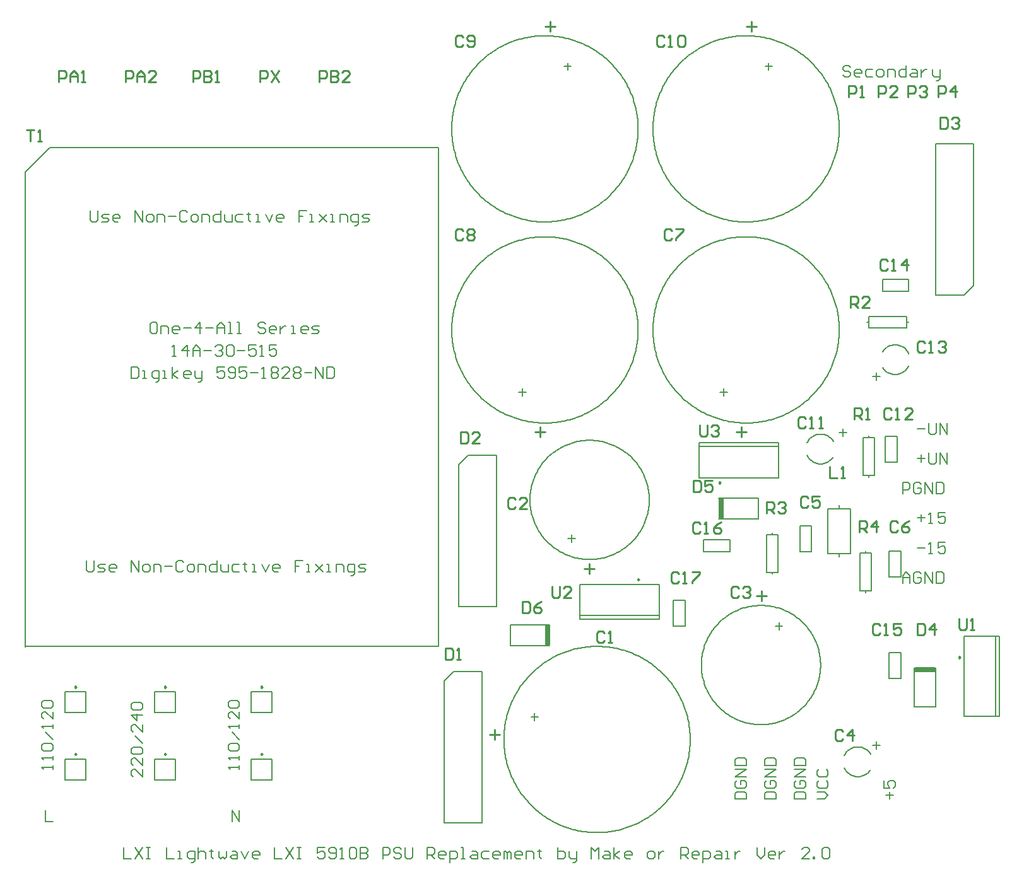
<source format=gto>
G04*
G04 #@! TF.GenerationSoftware,Altium Limited,CircuitStudio,1.5.2 (30)*
G04*
G04 Layer_Color=15065295*
%FSLAX25Y25*%
%MOIN*%
G70*
G01*
G75*
%ADD39C,0.00984*%
%ADD40C,0.00787*%
%ADD41C,0.00500*%
%ADD42C,0.00591*%
%ADD43C,0.01000*%
%ADD44R,0.03150X0.11024*%
%ADD45R,0.11024X0.03150*%
D39*
X-20768Y114331D02*
X-21506Y114757D01*
Y113905D01*
X-20768Y114331D01*
X-147303Y206693D02*
X-148041Y207119D01*
Y206267D01*
X-147303Y206693D01*
X-487697Y98622D02*
X-488435Y99048D01*
Y98196D01*
X-487697Y98622D01*
Y63189D02*
X-488435Y63615D01*
Y62763D01*
X-487697Y63189D01*
X-440453Y98622D02*
X-441191Y99048D01*
Y98196D01*
X-440453Y98622D01*
Y63189D02*
X-441191Y63615D01*
Y62763D01*
X-440453Y63189D01*
X-389272Y98622D02*
X-390010Y99048D01*
Y98196D01*
X-389272Y98622D01*
Y63189D02*
X-390010Y63615D01*
Y62763D01*
X-389272Y63189D01*
X-190295Y155512D02*
X-191033Y155938D01*
Y155086D01*
X-190295Y155512D01*
D40*
X-81964Y55781D02*
X-81495Y54906D01*
X-80920Y54096D01*
X-80247Y53366D01*
X-79488Y52726D01*
X-78654Y52187D01*
X-77759Y51757D01*
X-76817Y51443D01*
X-75843Y51250D01*
X-74852Y51181D01*
X-73861Y51238D01*
X-72884Y51419D01*
X-71939Y51721D01*
X-71038Y52140D01*
X-70198Y52668D01*
X-69431Y53299D01*
X-68749Y54021D01*
X-68163Y54823D01*
X-68163Y63288D02*
X-68749Y64090D01*
X-69431Y64811D01*
X-70198Y65442D01*
X-71038Y65971D01*
X-71939Y66390D01*
X-72884Y66692D01*
X-73861Y66873D01*
X-74852Y66929D01*
X-75843Y66860D01*
X-76817Y66667D01*
X-77759Y66353D01*
X-78654Y65923D01*
X-79488Y65384D01*
X-80247Y64744D01*
X-80920Y64014D01*
X-81495Y63205D01*
X-81964Y62329D01*
X-87848Y228642D02*
X-88434Y229444D01*
X-89116Y230166D01*
X-89883Y230796D01*
X-90723Y231325D01*
X-91624Y231744D01*
X-92569Y232046D01*
X-93546Y232227D01*
X-94537Y232283D01*
X-95528Y232215D01*
X-96502Y232022D01*
X-97444Y231708D01*
X-98339Y231278D01*
X-99173Y230738D01*
X-99932Y230099D01*
X-100605Y229368D01*
X-101180Y228559D01*
X-101649Y227684D01*
Y221135D02*
X-101180Y220260D01*
X-100605Y219451D01*
X-99932Y218720D01*
X-99173Y218080D01*
X-98339Y217541D01*
X-97444Y217111D01*
X-96502Y216797D01*
X-95528Y216604D01*
X-94537Y216536D01*
X-93546Y216592D01*
X-92569Y216773D01*
X-91624Y217075D01*
X-90723Y217494D01*
X-89883Y218023D01*
X-89116Y218653D01*
X-88434Y219375D01*
X-87848Y220177D01*
X-61758Y267421D02*
X-61172Y266619D01*
X-60491Y265897D01*
X-59724Y265267D01*
X-58883Y264738D01*
X-57983Y264319D01*
X-57037Y264017D01*
X-56060Y263836D01*
X-55069Y263780D01*
X-54079Y263848D01*
X-53105Y264041D01*
X-52162Y264355D01*
X-51267Y264785D01*
X-50434Y265324D01*
X-49674Y265964D01*
X-49002Y266695D01*
X-48426Y267504D01*
X-47957Y268379D01*
Y274928D02*
X-48426Y275803D01*
X-49002Y276612D01*
X-49674Y277343D01*
X-50434Y277982D01*
X-51267Y278522D01*
X-52162Y278952D01*
X-53105Y279266D01*
X-54079Y279459D01*
X-55069Y279527D01*
X-56060Y279471D01*
X-57037Y279290D01*
X-57983Y278988D01*
X-58883Y278569D01*
X-59724Y278040D01*
X-60491Y277410D01*
X-61172Y276688D01*
X-61758Y275886D01*
X-84646Y393701D02*
X-84656Y394701D01*
X-84686Y395702D01*
X-84737Y396701D01*
X-84808Y397699D01*
X-84900Y398696D01*
X-85012Y399690D01*
X-85143Y400682D01*
X-85295Y401671D01*
X-85467Y402657D01*
X-85660Y403639D01*
X-85872Y404617D01*
X-86103Y405590D01*
X-86355Y406559D01*
X-86626Y407522D01*
X-86917Y408479D01*
X-87227Y409431D01*
X-87557Y410376D01*
X-87905Y411314D01*
X-88273Y412244D01*
X-88660Y413167D01*
X-89065Y414082D01*
X-89488Y414989D01*
X-89930Y415887D01*
X-90390Y416775D01*
X-90869Y417654D01*
X-91365Y418523D01*
X-91878Y419382D01*
X-92409Y420231D01*
X-92957Y421068D01*
X-93522Y421894D01*
X-94103Y422708D01*
X-94701Y423511D01*
X-95315Y424300D01*
X-95946Y425078D01*
X-96592Y425842D01*
X-97253Y426593D01*
X-97929Y427331D01*
X-98620Y428054D01*
X-99326Y428764D01*
X-100046Y429459D01*
X-100780Y430139D01*
X-101528Y430804D01*
X-102289Y431453D01*
X-103063Y432087D01*
X-103850Y432706D01*
X-104649Y433308D01*
X-105461Y433893D01*
X-106284Y434462D01*
X-107118Y435015D01*
X-107964Y435550D01*
X-108820Y436068D01*
X-109687Y436568D01*
X-110563Y437051D01*
X-111449Y437515D01*
X-112345Y437962D01*
X-113249Y438390D01*
X-114162Y438800D01*
X-115083Y439191D01*
X-116012Y439564D01*
X-116948Y439917D01*
X-117891Y440251D01*
X-118841Y440566D01*
X-119797Y440862D01*
X-120759Y441138D01*
X-121726Y441395D01*
X-122698Y441631D01*
X-123675Y441848D01*
X-124656Y442045D01*
X-125641Y442222D01*
X-126629Y442380D01*
X-127621Y442517D01*
X-128615Y442633D01*
X-129611Y442730D01*
X-130608Y442806D01*
X-131607Y442862D01*
X-132607Y442898D01*
X-133608Y442913D01*
X-134609Y442908D01*
X-135609Y442882D01*
X-136609Y442837D01*
X-137607Y442770D01*
X-138604Y442684D01*
X-139599Y442577D01*
X-140592Y442451D01*
X-141581Y442304D01*
X-142568Y442136D01*
X-143551Y441949D01*
X-144530Y441742D01*
X-145505Y441515D01*
X-146475Y441269D01*
X-147439Y441002D01*
X-148398Y440717D01*
X-149351Y440411D01*
X-150297Y440087D01*
X-151237Y439743D01*
X-152170Y439380D01*
X-153095Y438998D01*
X-154012Y438597D01*
X-154920Y438178D01*
X-155821Y437741D01*
X-156711Y437285D01*
X-157593Y436812D01*
X-158465Y436320D01*
X-159326Y435811D01*
X-160177Y435285D01*
X-161017Y434741D01*
X-161846Y434180D01*
X-162663Y433603D01*
X-163468Y433009D01*
X-164261Y432399D01*
X-165042Y431773D01*
X-165810Y431131D01*
X-166564Y430473D01*
X-167305Y429801D01*
X-168032Y429113D01*
X-168745Y428411D01*
X-169444Y427694D01*
X-170127Y426964D01*
X-170796Y426219D01*
X-171450Y425462D01*
X-172088Y424691D01*
X-172710Y423907D01*
X-173316Y423111D01*
X-173906Y422302D01*
X-174479Y421482D01*
X-175036Y420651D01*
X-175575Y419808D01*
X-176097Y418954D01*
X-176602Y418090D01*
X-177089Y417216D01*
X-177558Y416332D01*
X-178009Y415439D01*
X-178442Y414537D01*
X-178857Y413626D01*
X-179253Y412707D01*
X-179630Y411780D01*
X-179988Y410846D01*
X-180327Y409904D01*
X-180647Y408956D01*
X-180947Y408001D01*
X-181228Y407041D01*
X-181490Y406075D01*
X-181731Y405104D01*
X-181954Y404128D01*
X-182156Y403148D01*
X-182338Y402164D01*
X-182500Y401177D01*
X-182642Y400186D01*
X-182763Y399193D01*
X-182865Y398198D01*
X-182946Y397200D01*
X-183007Y396201D01*
X-183048Y395201D01*
X-183068Y394201D01*
Y393200D01*
X-183048Y392200D01*
X-183007Y391200D01*
X-182946Y390201D01*
X-182865Y389204D01*
X-182763Y388208D01*
X-182642Y387215D01*
X-182500Y386225D01*
X-182338Y385237D01*
X-182156Y384253D01*
X-181953Y383273D01*
X-181731Y382297D01*
X-181490Y381326D01*
X-181228Y380360D01*
X-180947Y379400D01*
X-180647Y378446D01*
X-180327Y377497D01*
X-179988Y376556D01*
X-179630Y375622D01*
X-179253Y374694D01*
X-178857Y373776D01*
X-178442Y372865D01*
X-178009Y371962D01*
X-177558Y371069D01*
X-177089Y370185D01*
X-176602Y369311D01*
X-176097Y368447D01*
X-175575Y367594D01*
X-175036Y366751D01*
X-174479Y365919D01*
X-173906Y365099D01*
X-173316Y364291D01*
X-172710Y363494D01*
X-172088Y362711D01*
X-171450Y361940D01*
X-170796Y361182D01*
X-170127Y360438D01*
X-169444Y359707D01*
X-168745Y358991D01*
X-168032Y358288D01*
X-167305Y357601D01*
X-166564Y356928D01*
X-165810Y356271D01*
X-165042Y355629D01*
X-164261Y355003D01*
X-163468Y354393D01*
X-162663Y353799D01*
X-161846Y353221D01*
X-161017Y352661D01*
X-160177Y352117D01*
X-159326Y351590D01*
X-158464Y351081D01*
X-157593Y350590D01*
X-156711Y350116D01*
X-155820Y349660D01*
X-154920Y349223D01*
X-154011Y348804D01*
X-153094Y348404D01*
X-152170Y348022D01*
X-151237Y347659D01*
X-150297Y347315D01*
X-149351Y346990D01*
X-148398Y346685D01*
X-147439Y346399D01*
X-146474Y346133D01*
X-145504Y345886D01*
X-144530Y345659D01*
X-143551Y345452D01*
X-142568Y345265D01*
X-141581Y345098D01*
X-140591Y344951D01*
X-139599Y344824D01*
X-138604Y344718D01*
X-137607Y344631D01*
X-136608Y344565D01*
X-135609Y344519D01*
X-134608Y344494D01*
X-133608Y344489D01*
X-132607Y344504D01*
X-131607Y344540D01*
X-130608Y344596D01*
X-129610Y344672D01*
X-128614Y344768D01*
X-127620Y344885D01*
X-126629Y345022D01*
X-125641Y345179D01*
X-124656Y345356D01*
X-123675Y345553D01*
X-122698Y345770D01*
X-121726Y346007D01*
X-120759Y346264D01*
X-119797Y346540D01*
X-118841Y346835D01*
X-117891Y347150D01*
X-116948Y347485D01*
X-116012Y347838D01*
X-115083Y348210D01*
X-114162Y348602D01*
X-113249Y349011D01*
X-112345Y349440D01*
X-111449Y349886D01*
X-110563Y350351D01*
X-109686Y350834D01*
X-108820Y351334D01*
X-107964Y351852D01*
X-107118Y352387D01*
X-106284Y352939D01*
X-105461Y353508D01*
X-104649Y354094D01*
X-103850Y354696D01*
X-103063Y355314D01*
X-102289Y355948D01*
X-101528Y356598D01*
X-100780Y357263D01*
X-100046Y357943D01*
X-99326Y358638D01*
X-98620Y359347D01*
X-97929Y360071D01*
X-97253Y360808D01*
X-96592Y361559D01*
X-95946Y362324D01*
X-95316Y363101D01*
X-94701Y363891D01*
X-94103Y364693D01*
X-93522Y365508D01*
X-92957Y366334D01*
X-92409Y367171D01*
X-91878Y368019D01*
X-91365Y368878D01*
X-90869Y369747D01*
X-90390Y370626D01*
X-89930Y371515D01*
X-89488Y372412D01*
X-89065Y373319D01*
X-88660Y374234D01*
X-88273Y375157D01*
X-87905Y376088D01*
X-87557Y377026D01*
X-87227Y377971D01*
X-86917Y378922D01*
X-86626Y379879D01*
X-86355Y380843D01*
X-86103Y381811D01*
X-85872Y382785D01*
X-85660Y383763D01*
X-85467Y384745D01*
X-85295Y385730D01*
X-85143Y386719D01*
X-85012Y387711D01*
X-84900Y388706D01*
X-84808Y389702D01*
X-84737Y390700D01*
X-84686Y391700D01*
X-84656Y392700D01*
X-84646Y393701D01*
X-190945Y393701D02*
X-190955Y394701D01*
X-190986Y395702D01*
X-191036Y396701D01*
X-191108Y397699D01*
X-191199Y398696D01*
X-191311Y399690D01*
X-191443Y400682D01*
X-191595Y401671D01*
X-191767Y402657D01*
X-191959Y403639D01*
X-192171Y404617D01*
X-192403Y405590D01*
X-192654Y406559D01*
X-192926Y407522D01*
X-193216Y408479D01*
X-193526Y409431D01*
X-193856Y410376D01*
X-194205Y411314D01*
X-194572Y412244D01*
X-194959Y413167D01*
X-195364Y414082D01*
X-195788Y414989D01*
X-196230Y415887D01*
X-196690Y416775D01*
X-197168Y417654D01*
X-197664Y418523D01*
X-198177Y419382D01*
X-198708Y420231D01*
X-199256Y421068D01*
X-199821Y421894D01*
X-200402Y422708D01*
X-201001Y423511D01*
X-201615Y424300D01*
X-202245Y425078D01*
X-202891Y425842D01*
X-203552Y426593D01*
X-204228Y427331D01*
X-204920Y428054D01*
X-205625Y428764D01*
X-206345Y429459D01*
X-207079Y430139D01*
X-207827Y430804D01*
X-208588Y431453D01*
X-209362Y432087D01*
X-210149Y432706D01*
X-210948Y433308D01*
X-211760Y433893D01*
X-212583Y434462D01*
X-213417Y435015D01*
X-214263Y435550D01*
X-215119Y436068D01*
X-215986Y436568D01*
X-216862Y437051D01*
X-217748Y437515D01*
X-218644Y437962D01*
X-219548Y438390D01*
X-220461Y438800D01*
X-221382Y439191D01*
X-222311Y439564D01*
X-223247Y439917D01*
X-224191Y440251D01*
X-225140Y440566D01*
X-226096Y440862D01*
X-227058Y441138D01*
X-228025Y441395D01*
X-228998Y441631D01*
X-229975Y441848D01*
X-230956Y442045D01*
X-231940Y442222D01*
X-232929Y442380D01*
X-233920Y442517D01*
X-234914Y442633D01*
X-235910Y442730D01*
X-236908Y442806D01*
X-237907Y442862D01*
X-238907Y442898D01*
X-239907Y442913D01*
X-240908Y442908D01*
X-241908Y442882D01*
X-242908Y442837D01*
X-243906Y442770D01*
X-244903Y442684D01*
X-245898Y442577D01*
X-246891Y442451D01*
X-247881Y442304D01*
X-248867Y442136D01*
X-249850Y441949D01*
X-250829Y441742D01*
X-251804Y441515D01*
X-252774Y441269D01*
X-253738Y441002D01*
X-254697Y440717D01*
X-255650Y440411D01*
X-256597Y440087D01*
X-257536Y439743D01*
X-258469Y439380D01*
X-259394Y438998D01*
X-260311Y438597D01*
X-261220Y438178D01*
X-262120Y437741D01*
X-263011Y437285D01*
X-263892Y436812D01*
X-264764Y436320D01*
X-265625Y435811D01*
X-266476Y435285D01*
X-267316Y434741D01*
X-268145Y434180D01*
X-268962Y433603D01*
X-269768Y433009D01*
X-270561Y432399D01*
X-271341Y431773D01*
X-272109Y431131D01*
X-272863Y430473D01*
X-273604Y429801D01*
X-274331Y429113D01*
X-275044Y428411D01*
X-275743Y427694D01*
X-276427Y426964D01*
X-277096Y426219D01*
X-277749Y425462D01*
X-278387Y424691D01*
X-279009Y423907D01*
X-279615Y423111D01*
X-280205Y422302D01*
X-280779Y421482D01*
X-281335Y420651D01*
X-281874Y419808D01*
X-282397Y418954D01*
X-282901Y418090D01*
X-283388Y417216D01*
X-283858Y416332D01*
X-284309Y415439D01*
X-284742Y414537D01*
X-285156Y413626D01*
X-285552Y412707D01*
X-285929Y411780D01*
X-286287Y410846D01*
X-286626Y409904D01*
X-286946Y408956D01*
X-287246Y408001D01*
X-287527Y407041D01*
X-287789Y406075D01*
X-288031Y405104D01*
X-288253Y404128D01*
X-288455Y403148D01*
X-288637Y402164D01*
X-288799Y401177D01*
X-288941Y400186D01*
X-289063Y399193D01*
X-289164Y398198D01*
X-289246Y397200D01*
X-289306Y396201D01*
X-289347Y395201D01*
X-289368Y394201D01*
Y393200D01*
X-289347Y392200D01*
X-289306Y391200D01*
X-289246Y390201D01*
X-289164Y389204D01*
X-289063Y388208D01*
X-288941Y387215D01*
X-288799Y386225D01*
X-288637Y385237D01*
X-288455Y384253D01*
X-288253Y383273D01*
X-288031Y382297D01*
X-287789Y381326D01*
X-287527Y380360D01*
X-287246Y379400D01*
X-286946Y378446D01*
X-286626Y377497D01*
X-286287Y376556D01*
X-285929Y375622D01*
X-285552Y374694D01*
X-285156Y373776D01*
X-284741Y372865D01*
X-284309Y371962D01*
X-283857Y371069D01*
X-283388Y370185D01*
X-282901Y369311D01*
X-282397Y368447D01*
X-281874Y367594D01*
X-281335Y366751D01*
X-280778Y365919D01*
X-280205Y365099D01*
X-279615Y364291D01*
X-279009Y363494D01*
X-278387Y362711D01*
X-277749Y361940D01*
X-277095Y361182D01*
X-276427Y360438D01*
X-275743Y359707D01*
X-275044Y358991D01*
X-274331Y358288D01*
X-273604Y357601D01*
X-272863Y356928D01*
X-272109Y356271D01*
X-271341Y355629D01*
X-270561Y355003D01*
X-269767Y354393D01*
X-268962Y353799D01*
X-268145Y353221D01*
X-267316Y352661D01*
X-266476Y352117D01*
X-265625Y351590D01*
X-264763Y351081D01*
X-263892Y350590D01*
X-263010Y350116D01*
X-262119Y349660D01*
X-261219Y349223D01*
X-260311Y348804D01*
X-259394Y348404D01*
X-258469Y348022D01*
X-257536Y347659D01*
X-256596Y347315D01*
X-255650Y346990D01*
X-254697Y346685D01*
X-253738Y346399D01*
X-252773Y346133D01*
X-251804Y345886D01*
X-250829Y345659D01*
X-249850Y345452D01*
X-248867Y345265D01*
X-247880Y345098D01*
X-246890Y344951D01*
X-245898Y344824D01*
X-244903Y344718D01*
X-243906Y344631D01*
X-242908Y344565D01*
X-241908Y344519D01*
X-240908Y344494D01*
X-239907Y344489D01*
X-238906Y344504D01*
X-237906Y344540D01*
X-236907Y344596D01*
X-235910Y344672D01*
X-234914Y344768D01*
X-233920Y344885D01*
X-232928Y345022D01*
X-231940Y345179D01*
X-230955Y345356D01*
X-229974Y345553D01*
X-228997Y345770D01*
X-228025Y346007D01*
X-227058Y346264D01*
X-226096Y346540D01*
X-225140Y346835D01*
X-224190Y347150D01*
X-223247Y347485D01*
X-222311Y347838D01*
X-221382Y348210D01*
X-220461Y348602D01*
X-219548Y349011D01*
X-218644Y349440D01*
X-217748Y349886D01*
X-216862Y350351D01*
X-215986Y350834D01*
X-215119Y351334D01*
X-214263Y351852D01*
X-213417Y352387D01*
X-212583Y352939D01*
X-211760Y353508D01*
X-210948Y354094D01*
X-210149Y354696D01*
X-209362Y355314D01*
X-208588Y355948D01*
X-207827Y356598D01*
X-207079Y357263D01*
X-206345Y357943D01*
X-205625Y358638D01*
X-204920Y359347D01*
X-204228Y360071D01*
X-203552Y360808D01*
X-202891Y361559D01*
X-202245Y362324D01*
X-201615Y363101D01*
X-201001Y363891D01*
X-200403Y364693D01*
X-199821Y365508D01*
X-199256Y366334D01*
X-198708Y367171D01*
X-198177Y368019D01*
X-197664Y368878D01*
X-197168Y369747D01*
X-196690Y370626D01*
X-196230Y371515D01*
X-195788Y372412D01*
X-195364Y373319D01*
X-194959Y374234D01*
X-194572Y375157D01*
X-194205Y376088D01*
X-193856Y377026D01*
X-193527Y377971D01*
X-193216Y378922D01*
X-192926Y379879D01*
X-192654Y380843D01*
X-192403Y381811D01*
X-192171Y382785D01*
X-191959Y383763D01*
X-191767Y384745D01*
X-191595Y385730D01*
X-191443Y386719D01*
X-191311Y387711D01*
X-191199Y388706D01*
X-191108Y389702D01*
X-191036Y390700D01*
X-190986Y391700D01*
X-190955Y392700D01*
X-190945Y393701D01*
Y287402D02*
X-190955Y288402D01*
X-190986Y289402D01*
X-191036Y290402D01*
X-191108Y291400D01*
X-191199Y292396D01*
X-191311Y293391D01*
X-191443Y294383D01*
X-191595Y295372D01*
X-191767Y296358D01*
X-191959Y297340D01*
X-192171Y298318D01*
X-192403Y299291D01*
X-192654Y300259D01*
X-192926Y301223D01*
X-193216Y302180D01*
X-193526Y303132D01*
X-193856Y304077D01*
X-194205Y305014D01*
X-194572Y305945D01*
X-194959Y306868D01*
X-195364Y307783D01*
X-195788Y308690D01*
X-196230Y309587D01*
X-196690Y310476D01*
X-197168Y311355D01*
X-197664Y312224D01*
X-198177Y313083D01*
X-198708Y313931D01*
X-199256Y314769D01*
X-199821Y315595D01*
X-200402Y316409D01*
X-201001Y317211D01*
X-201615Y318001D01*
X-202245Y318779D01*
X-202891Y319543D01*
X-203552Y320294D01*
X-204228Y321031D01*
X-204920Y321755D01*
X-205625Y322464D01*
X-206345Y323159D01*
X-207079Y323839D01*
X-207827Y324504D01*
X-208588Y325154D01*
X-209362Y325788D01*
X-210149Y326406D01*
X-210948Y327009D01*
X-211760Y327594D01*
X-212583Y328163D01*
X-213417Y328715D01*
X-214263Y329251D01*
X-215119Y329768D01*
X-215986Y330269D01*
X-216862Y330751D01*
X-217748Y331216D01*
X-218644Y331663D01*
X-219548Y332091D01*
X-220461Y332501D01*
X-221382Y332892D01*
X-222311Y333264D01*
X-223247Y333618D01*
X-224191Y333952D01*
X-225140Y334267D01*
X-226096Y334563D01*
X-227058Y334839D01*
X-228025Y335095D01*
X-228998Y335332D01*
X-229975Y335549D01*
X-230956Y335746D01*
X-231940Y335923D01*
X-232929Y336080D01*
X-233920Y336217D01*
X-234914Y336334D01*
X-235910Y336431D01*
X-236908Y336507D01*
X-237907Y336563D01*
X-238907Y336598D01*
X-239907Y336613D01*
X-240908Y336608D01*
X-241908Y336583D01*
X-242908Y336537D01*
X-243906Y336471D01*
X-244903Y336385D01*
X-245898Y336278D01*
X-246891Y336151D01*
X-247881Y336004D01*
X-248867Y335837D01*
X-249850Y335650D01*
X-250829Y335443D01*
X-251804Y335216D01*
X-252774Y334969D01*
X-253738Y334703D01*
X-254697Y334417D01*
X-255650Y334112D01*
X-256597Y333787D01*
X-257536Y333443D01*
X-258469Y333081D01*
X-259394Y332699D01*
X-260311Y332298D01*
X-261220Y331879D01*
X-262120Y331442D01*
X-263011Y330986D01*
X-263892Y330512D01*
X-264764Y330021D01*
X-265625Y329512D01*
X-266476Y328985D01*
X-267316Y328442D01*
X-268145Y327881D01*
X-268962Y327304D01*
X-269768Y326710D01*
X-270561Y326099D01*
X-271341Y325473D01*
X-272109Y324831D01*
X-272863Y324174D01*
X-273604Y323501D01*
X-274331Y322814D01*
X-275044Y322112D01*
X-275743Y321395D01*
X-276427Y320665D01*
X-277096Y319920D01*
X-277749Y319162D01*
X-278387Y318392D01*
X-279009Y317608D01*
X-279615Y316812D01*
X-280205Y316003D01*
X-280779Y315183D01*
X-281335Y314351D01*
X-281874Y313509D01*
X-282397Y312655D01*
X-282901Y311791D01*
X-283388Y310917D01*
X-283858Y310033D01*
X-284309Y309140D01*
X-284742Y308238D01*
X-285156Y307327D01*
X-285552Y306408D01*
X-285929Y305481D01*
X-286287Y304546D01*
X-286626Y303605D01*
X-286946Y302657D01*
X-287246Y301702D01*
X-287527Y300742D01*
X-287789Y299776D01*
X-288031Y298805D01*
X-288253Y297829D01*
X-288455Y296849D01*
X-288637Y295865D01*
X-288799Y294878D01*
X-288941Y293887D01*
X-289063Y292894D01*
X-289164Y291898D01*
X-289246Y290901D01*
X-289306Y289902D01*
X-289347Y288902D01*
X-289368Y287902D01*
Y286901D01*
X-289347Y285901D01*
X-289306Y284901D01*
X-289246Y283902D01*
X-289164Y282905D01*
X-289063Y281909D01*
X-288941Y280916D01*
X-288799Y279925D01*
X-288637Y278938D01*
X-288455Y277954D01*
X-288253Y276974D01*
X-288031Y275998D01*
X-287789Y275027D01*
X-287527Y274061D01*
X-287246Y273101D01*
X-286946Y272146D01*
X-286626Y271198D01*
X-286287Y270257D01*
X-285929Y269322D01*
X-285552Y268395D01*
X-285156Y267476D01*
X-284741Y266565D01*
X-284309Y265663D01*
X-283857Y264770D01*
X-283388Y263886D01*
X-282901Y263012D01*
X-282397Y262148D01*
X-281874Y261294D01*
X-281335Y260452D01*
X-280778Y259620D01*
X-280205Y258800D01*
X-279615Y257991D01*
X-279009Y257195D01*
X-278387Y256411D01*
X-277749Y255641D01*
X-277095Y254883D01*
X-276427Y254138D01*
X-275743Y253408D01*
X-275044Y252691D01*
X-274331Y251989D01*
X-273604Y251302D01*
X-272863Y250629D01*
X-272109Y249972D01*
X-271341Y249330D01*
X-270561Y248704D01*
X-269767Y248093D01*
X-268962Y247499D01*
X-268145Y246922D01*
X-267316Y246361D01*
X-266476Y245818D01*
X-265625Y245291D01*
X-264763Y244782D01*
X-263892Y244290D01*
X-263010Y243817D01*
X-262119Y243361D01*
X-261219Y242924D01*
X-260311Y242505D01*
X-259394Y242104D01*
X-258469Y241722D01*
X-257536Y241360D01*
X-256596Y241016D01*
X-255650Y240691D01*
X-254697Y240386D01*
X-253738Y240100D01*
X-252773Y239833D01*
X-251804Y239587D01*
X-250829Y239360D01*
X-249850Y239153D01*
X-248867Y238966D01*
X-247880Y238799D01*
X-246890Y238652D01*
X-245898Y238525D01*
X-244903Y238418D01*
X-243906Y238332D01*
X-242908Y238266D01*
X-241908Y238220D01*
X-240908Y238195D01*
X-239907Y238190D01*
X-238906Y238205D01*
X-237906Y238241D01*
X-236907Y238296D01*
X-235910Y238373D01*
X-234914Y238469D01*
X-233920Y238586D01*
X-232928Y238723D01*
X-231940Y238880D01*
X-230955Y239057D01*
X-229974Y239254D01*
X-228997Y239471D01*
X-228025Y239708D01*
X-227058Y239964D01*
X-226096Y240241D01*
X-225140Y240536D01*
X-224190Y240851D01*
X-223247Y241185D01*
X-222311Y241539D01*
X-221382Y241911D01*
X-220461Y242302D01*
X-219548Y242712D01*
X-218644Y243140D01*
X-217748Y243587D01*
X-216862Y244052D01*
X-215986Y244534D01*
X-215119Y245035D01*
X-214263Y245552D01*
X-213417Y246088D01*
X-212583Y246640D01*
X-211760Y247209D01*
X-210948Y247795D01*
X-210149Y248397D01*
X-209362Y249015D01*
X-208588Y249649D01*
X-207827Y250299D01*
X-207079Y250964D01*
X-206345Y251644D01*
X-205625Y252339D01*
X-204920Y253048D01*
X-204228Y253772D01*
X-203552Y254509D01*
X-202891Y255260D01*
X-202245Y256025D01*
X-201615Y256802D01*
X-201001Y257592D01*
X-200403Y258394D01*
X-199821Y259208D01*
X-199256Y260034D01*
X-198708Y260872D01*
X-198177Y261720D01*
X-197664Y262579D01*
X-197168Y263448D01*
X-196690Y264327D01*
X-196230Y265216D01*
X-195788Y266113D01*
X-195364Y267020D01*
X-194959Y267935D01*
X-194572Y268858D01*
X-194205Y269789D01*
X-193856Y270726D01*
X-193527Y271671D01*
X-193216Y272623D01*
X-192926Y273580D01*
X-192654Y274543D01*
X-192403Y275512D01*
X-192171Y276485D01*
X-191959Y277463D01*
X-191767Y278445D01*
X-191595Y279431D01*
X-191443Y280420D01*
X-191311Y281412D01*
X-191199Y282406D01*
X-191108Y283403D01*
X-191036Y284401D01*
X-190986Y285401D01*
X-190955Y286401D01*
X-190945Y287401D01*
X-84646Y287402D02*
X-84656Y288402D01*
X-84686Y289402D01*
X-84737Y290402D01*
X-84808Y291400D01*
X-84900Y292396D01*
X-85012Y293391D01*
X-85143Y294383D01*
X-85295Y295372D01*
X-85467Y296358D01*
X-85660Y297340D01*
X-85872Y298318D01*
X-86103Y299291D01*
X-86355Y300259D01*
X-86626Y301223D01*
X-86917Y302180D01*
X-87227Y303132D01*
X-87557Y304077D01*
X-87905Y305014D01*
X-88273Y305945D01*
X-88660Y306868D01*
X-89065Y307783D01*
X-89488Y308690D01*
X-89930Y309587D01*
X-90390Y310476D01*
X-90869Y311355D01*
X-91365Y312224D01*
X-91878Y313083D01*
X-92409Y313931D01*
X-92957Y314769D01*
X-93522Y315595D01*
X-94103Y316409D01*
X-94701Y317211D01*
X-95315Y318001D01*
X-95946Y318779D01*
X-96592Y319543D01*
X-97253Y320294D01*
X-97929Y321031D01*
X-98620Y321755D01*
X-99326Y322464D01*
X-100046Y323159D01*
X-100780Y323839D01*
X-101528Y324504D01*
X-102289Y325154D01*
X-103063Y325788D01*
X-103850Y326406D01*
X-104649Y327009D01*
X-105461Y327594D01*
X-106284Y328163D01*
X-107118Y328715D01*
X-107964Y329251D01*
X-108820Y329768D01*
X-109687Y330269D01*
X-110563Y330751D01*
X-111449Y331216D01*
X-112345Y331663D01*
X-113249Y332091D01*
X-114162Y332501D01*
X-115083Y332892D01*
X-116012Y333264D01*
X-116948Y333618D01*
X-117891Y333952D01*
X-118841Y334267D01*
X-119797Y334563D01*
X-120759Y334839D01*
X-121726Y335095D01*
X-122698Y335332D01*
X-123675Y335549D01*
X-124656Y335746D01*
X-125641Y335923D01*
X-126629Y336080D01*
X-127621Y336217D01*
X-128615Y336334D01*
X-129611Y336431D01*
X-130608Y336507D01*
X-131607Y336563D01*
X-132607Y336598D01*
X-133608Y336613D01*
X-134609Y336608D01*
X-135609Y336583D01*
X-136609Y336537D01*
X-137607Y336471D01*
X-138604Y336385D01*
X-139599Y336278D01*
X-140592Y336151D01*
X-141581Y336004D01*
X-142568Y335837D01*
X-143551Y335650D01*
X-144530Y335443D01*
X-145505Y335216D01*
X-146475Y334969D01*
X-147439Y334703D01*
X-148398Y334417D01*
X-149351Y334112D01*
X-150297Y333787D01*
X-151237Y333443D01*
X-152170Y333081D01*
X-153095Y332699D01*
X-154012Y332298D01*
X-154920Y331879D01*
X-155821Y331442D01*
X-156711Y330986D01*
X-157593Y330512D01*
X-158465Y330021D01*
X-159326Y329512D01*
X-160177Y328985D01*
X-161017Y328442D01*
X-161846Y327881D01*
X-162663Y327304D01*
X-163468Y326710D01*
X-164261Y326099D01*
X-165042Y325473D01*
X-165810Y324831D01*
X-166564Y324174D01*
X-167305Y323501D01*
X-168032Y322814D01*
X-168745Y322112D01*
X-169444Y321395D01*
X-170127Y320665D01*
X-170796Y319920D01*
X-171450Y319162D01*
X-172088Y318392D01*
X-172710Y317608D01*
X-173316Y316812D01*
X-173906Y316003D01*
X-174479Y315183D01*
X-175036Y314351D01*
X-175575Y313509D01*
X-176097Y312655D01*
X-176602Y311791D01*
X-177089Y310917D01*
X-177558Y310033D01*
X-178009Y309140D01*
X-178442Y308238D01*
X-178857Y307327D01*
X-179253Y306408D01*
X-179630Y305481D01*
X-179988Y304546D01*
X-180327Y303605D01*
X-180647Y302657D01*
X-180947Y301702D01*
X-181228Y300742D01*
X-181490Y299776D01*
X-181731Y298805D01*
X-181954Y297829D01*
X-182156Y296849D01*
X-182338Y295865D01*
X-182500Y294878D01*
X-182642Y293887D01*
X-182763Y292894D01*
X-182865Y291898D01*
X-182946Y290901D01*
X-183007Y289902D01*
X-183048Y288902D01*
X-183068Y287902D01*
Y286901D01*
X-183048Y285901D01*
X-183007Y284901D01*
X-182946Y283902D01*
X-182865Y282905D01*
X-182763Y281909D01*
X-182642Y280916D01*
X-182500Y279925D01*
X-182338Y278938D01*
X-182156Y277954D01*
X-181953Y276974D01*
X-181731Y275998D01*
X-181490Y275027D01*
X-181228Y274061D01*
X-180947Y273101D01*
X-180647Y272146D01*
X-180327Y271198D01*
X-179988Y270257D01*
X-179630Y269322D01*
X-179253Y268395D01*
X-178857Y267476D01*
X-178442Y266565D01*
X-178009Y265663D01*
X-177558Y264770D01*
X-177089Y263886D01*
X-176602Y263012D01*
X-176097Y262148D01*
X-175575Y261294D01*
X-175036Y260452D01*
X-174479Y259620D01*
X-173906Y258800D01*
X-173316Y257991D01*
X-172710Y257195D01*
X-172088Y256411D01*
X-171450Y255641D01*
X-170796Y254883D01*
X-170127Y254138D01*
X-169444Y253408D01*
X-168745Y252691D01*
X-168032Y251989D01*
X-167305Y251302D01*
X-166564Y250629D01*
X-165810Y249972D01*
X-165042Y249330D01*
X-164261Y248704D01*
X-163468Y248093D01*
X-162663Y247499D01*
X-161846Y246922D01*
X-161017Y246361D01*
X-160177Y245818D01*
X-159326Y245291D01*
X-158464Y244782D01*
X-157593Y244290D01*
X-156711Y243817D01*
X-155820Y243361D01*
X-154920Y242924D01*
X-154011Y242505D01*
X-153094Y242104D01*
X-152170Y241722D01*
X-151237Y241360D01*
X-150297Y241016D01*
X-149351Y240691D01*
X-148398Y240386D01*
X-147439Y240100D01*
X-146474Y239833D01*
X-145504Y239587D01*
X-144530Y239360D01*
X-143551Y239153D01*
X-142568Y238966D01*
X-141581Y238799D01*
X-140591Y238652D01*
X-139599Y238525D01*
X-138604Y238418D01*
X-137607Y238332D01*
X-136608Y238266D01*
X-135609Y238220D01*
X-134608Y238195D01*
X-133608Y238190D01*
X-132607Y238205D01*
X-131607Y238241D01*
X-130608Y238296D01*
X-129610Y238373D01*
X-128614Y238469D01*
X-127620Y238586D01*
X-126629Y238723D01*
X-125641Y238880D01*
X-124656Y239057D01*
X-123675Y239254D01*
X-122698Y239471D01*
X-121726Y239708D01*
X-120759Y239964D01*
X-119797Y240241D01*
X-118841Y240536D01*
X-117891Y240851D01*
X-116948Y241185D01*
X-116012Y241539D01*
X-115083Y241911D01*
X-114162Y242302D01*
X-113249Y242712D01*
X-112345Y243140D01*
X-111449Y243587D01*
X-110563Y244052D01*
X-109686Y244534D01*
X-108820Y245035D01*
X-107964Y245552D01*
X-107118Y246088D01*
X-106284Y246640D01*
X-105461Y247209D01*
X-104649Y247795D01*
X-103850Y248397D01*
X-103063Y249015D01*
X-102289Y249649D01*
X-101528Y250299D01*
X-100780Y250964D01*
X-100046Y251644D01*
X-99326Y252339D01*
X-98620Y253048D01*
X-97929Y253772D01*
X-97253Y254509D01*
X-96592Y255260D01*
X-95946Y256025D01*
X-95316Y256802D01*
X-94701Y257592D01*
X-94103Y258394D01*
X-93522Y259208D01*
X-92957Y260034D01*
X-92409Y260872D01*
X-91878Y261720D01*
X-91365Y262579D01*
X-90869Y263448D01*
X-90390Y264327D01*
X-89930Y265216D01*
X-89488Y266113D01*
X-89065Y267020D01*
X-88660Y267935D01*
X-88273Y268858D01*
X-87905Y269789D01*
X-87557Y270726D01*
X-87227Y271671D01*
X-86917Y272623D01*
X-86626Y273580D01*
X-86355Y274543D01*
X-86103Y275512D01*
X-85872Y276485D01*
X-85660Y277463D01*
X-85467Y278445D01*
X-85295Y279431D01*
X-85143Y280420D01*
X-85012Y281412D01*
X-84900Y282406D01*
X-84808Y283403D01*
X-84737Y284401D01*
X-84686Y285401D01*
X-84656Y286401D01*
X-84646Y287401D01*
X-163386Y70866D02*
X-163396Y71867D01*
X-163426Y72867D01*
X-163477Y73866D01*
X-163549Y74865D01*
X-163640Y75861D01*
X-163752Y76855D01*
X-163883Y77847D01*
X-164035Y78836D01*
X-164208Y79822D01*
X-164400Y80804D01*
X-164612Y81782D01*
X-164844Y82756D01*
X-165095Y83724D01*
X-165366Y84687D01*
X-165657Y85645D01*
X-165968Y86596D01*
X-166297Y87541D01*
X-166646Y88479D01*
X-167013Y89410D01*
X-167400Y90333D01*
X-167805Y91248D01*
X-168228Y92154D01*
X-168670Y93052D01*
X-169131Y93941D01*
X-169609Y94820D01*
X-170105Y95689D01*
X-170618Y96548D01*
X-171149Y97396D01*
X-171697Y98233D01*
X-172262Y99059D01*
X-172844Y99874D01*
X-173442Y100676D01*
X-174056Y101466D01*
X-174686Y102243D01*
X-175332Y103007D01*
X-175993Y103759D01*
X-176669Y104496D01*
X-177360Y105220D01*
X-178066Y105929D01*
X-178786Y106624D01*
X-179520Y107304D01*
X-180268Y107969D01*
X-181029Y108619D01*
X-181803Y109253D01*
X-182590Y109871D01*
X-183389Y110473D01*
X-184201Y111059D01*
X-185024Y111628D01*
X-185858Y112180D01*
X-186704Y112715D01*
X-187560Y113233D01*
X-188427Y113733D01*
X-189303Y114216D01*
X-190190Y114681D01*
X-191085Y115127D01*
X-191989Y115556D01*
X-192902Y115965D01*
X-193823Y116357D01*
X-194752Y116729D01*
X-195688Y117082D01*
X-196632Y117417D01*
X-197581Y117731D01*
X-198537Y118027D01*
X-199499Y118303D01*
X-200466Y118560D01*
X-201439Y118797D01*
X-202415Y119014D01*
X-203397Y119211D01*
X-204381Y119388D01*
X-205370Y119545D01*
X-206361Y119682D01*
X-207355Y119799D01*
X-208351Y119895D01*
X-209349Y119971D01*
X-210348Y120027D01*
X-211348Y120063D01*
X-212348Y120078D01*
X-213349Y120073D01*
X-214349Y120048D01*
X-215349Y120002D01*
X-216347Y119936D01*
X-217344Y119849D01*
X-218339Y119743D01*
X-219332Y119616D01*
X-220322Y119469D01*
X-221308Y119302D01*
X-222291Y119115D01*
X-223270Y118908D01*
X-224245Y118681D01*
X-225215Y118434D01*
X-226179Y118168D01*
X-227138Y117882D01*
X-228091Y117577D01*
X-229038Y117252D01*
X-229977Y116908D01*
X-230910Y116545D01*
X-231835Y116163D01*
X-232752Y115763D01*
X-233661Y115344D01*
X-234561Y114906D01*
X-235452Y114451D01*
X-236333Y113977D01*
X-237205Y113486D01*
X-238066Y112976D01*
X-238917Y112450D01*
X-239757Y111906D01*
X-240586Y111346D01*
X-241403Y110768D01*
X-242209Y110174D01*
X-243002Y109564D01*
X-243782Y108938D01*
X-244550Y108296D01*
X-245304Y107639D01*
X-246045Y106966D01*
X-246772Y106278D01*
X-247485Y105576D01*
X-248184Y104860D01*
X-248868Y104129D01*
X-249536Y103385D01*
X-250190Y102627D01*
X-250828Y101856D01*
X-251450Y101072D01*
X-252056Y100276D01*
X-252646Y99468D01*
X-253220Y98648D01*
X-253776Y97816D01*
X-254315Y96973D01*
X-254838Y96120D01*
X-255342Y95256D01*
X-255829Y94381D01*
X-256299Y93498D01*
X-256750Y92604D01*
X-257183Y91702D01*
X-257597Y90791D01*
X-257993Y89872D01*
X-258370Y88945D01*
X-258728Y88011D01*
X-259067Y87069D01*
X-259387Y86121D01*
X-259687Y85167D01*
X-259968Y84206D01*
X-260230Y83240D01*
X-260472Y82269D01*
X-260694Y81294D01*
X-260896Y80314D01*
X-261078Y79330D01*
X-261240Y78342D01*
X-261382Y77352D01*
X-261504Y76358D01*
X-261605Y75363D01*
X-261686Y74366D01*
X-261748Y73367D01*
X-261788Y72367D01*
X-261808Y71366D01*
Y70366D01*
X-261788Y69365D01*
X-261747Y68365D01*
X-261686Y67367D01*
X-261605Y66369D01*
X-261504Y65374D01*
X-261382Y64381D01*
X-261240Y63390D01*
X-261078Y62402D01*
X-260896Y61418D01*
X-260694Y60438D01*
X-260472Y59463D01*
X-260230Y58492D01*
X-259968Y57526D01*
X-259687Y56565D01*
X-259387Y55611D01*
X-259067Y54663D01*
X-258728Y53721D01*
X-258370Y52787D01*
X-257993Y51860D01*
X-257597Y50941D01*
X-257183Y50030D01*
X-256750Y49128D01*
X-256298Y48235D01*
X-255829Y47351D01*
X-255342Y46477D01*
X-254837Y45613D01*
X-254315Y44759D01*
X-253776Y43916D01*
X-253219Y43084D01*
X-252646Y42264D01*
X-252056Y41456D01*
X-251450Y40660D01*
X-250828Y39876D01*
X-250190Y39105D01*
X-249536Y38347D01*
X-248868Y37603D01*
X-248184Y36872D01*
X-247485Y36156D01*
X-246772Y35454D01*
X-246045Y34766D01*
X-245304Y34094D01*
X-244550Y33436D01*
X-243782Y32794D01*
X-243002Y32168D01*
X-242208Y31558D01*
X-241403Y30964D01*
X-240586Y30387D01*
X-239757Y29826D01*
X-238917Y29282D01*
X-238066Y28756D01*
X-237204Y28247D01*
X-236333Y27755D01*
X-235451Y27281D01*
X-234560Y26826D01*
X-233660Y26388D01*
X-232752Y25969D01*
X-231835Y25569D01*
X-230910Y25187D01*
X-229977Y24824D01*
X-229037Y24480D01*
X-228091Y24156D01*
X-227138Y23850D01*
X-226179Y23564D01*
X-225214Y23298D01*
X-224244Y23051D01*
X-223270Y22825D01*
X-222291Y22617D01*
X-221308Y22430D01*
X-220321Y22263D01*
X-219332Y22116D01*
X-218339Y21990D01*
X-217344Y21883D01*
X-216347Y21797D01*
X-215349Y21730D01*
X-214349Y21685D01*
X-213349Y21659D01*
X-212348Y21654D01*
X-211347Y21669D01*
X-210347Y21705D01*
X-209348Y21761D01*
X-208350Y21837D01*
X-207354Y21934D01*
X-206361Y22050D01*
X-205369Y22187D01*
X-204381Y22344D01*
X-203396Y22522D01*
X-202415Y22719D01*
X-201438Y22936D01*
X-200466Y23172D01*
X-199499Y23429D01*
X-198537Y23705D01*
X-197581Y24001D01*
X-196631Y24316D01*
X-195688Y24650D01*
X-194752Y25003D01*
X-193823Y25376D01*
X-192902Y25767D01*
X-191989Y26177D01*
X-191085Y26605D01*
X-190189Y27052D01*
X-189303Y27516D01*
X-188427Y27999D01*
X-187560Y28499D01*
X-186704Y29017D01*
X-185858Y29552D01*
X-185024Y30104D01*
X-184201Y30674D01*
X-183389Y31259D01*
X-182590Y31861D01*
X-181803Y32480D01*
X-181029Y33114D01*
X-180268Y33763D01*
X-179520Y34428D01*
X-178786Y35108D01*
X-178066Y35803D01*
X-177360Y36513D01*
X-176669Y37236D01*
X-175993Y37974D01*
X-175332Y38725D01*
X-174686Y39489D01*
X-174056Y40266D01*
X-173442Y41056D01*
X-172844Y41859D01*
X-172262Y42673D01*
X-171697Y43499D01*
X-171149Y44336D01*
X-170618Y45185D01*
X-170105Y46043D01*
X-169609Y46913D01*
X-169131Y47792D01*
X-168670Y48680D01*
X-168228Y49578D01*
X-167805Y50484D01*
X-167400Y51399D01*
X-167013Y52322D01*
X-166646Y53253D01*
X-166297Y54191D01*
X-165968Y55136D01*
X-165657Y56087D01*
X-165367Y57045D01*
X-165095Y58008D01*
X-164844Y58977D01*
X-164612Y59950D01*
X-164400Y60928D01*
X-164208Y61910D01*
X-164036Y62896D01*
X-163883Y63885D01*
X-163752Y64877D01*
X-163640Y65871D01*
X-163549Y66868D01*
X-163477Y67866D01*
X-163426Y68865D01*
X-163396Y69865D01*
X-163386Y70866D01*
X-185039Y197539D02*
X-185055Y198539D01*
X-185103Y199537D01*
X-185182Y200533D01*
X-185293Y201526D01*
X-185435Y202516D01*
X-185608Y203500D01*
X-185813Y204478D01*
X-186049Y205450D01*
X-186315Y206413D01*
X-186612Y207367D01*
X-186939Y208312D01*
X-187295Y209245D01*
X-187682Y210167D01*
X-188097Y211076D01*
X-188541Y211972D01*
X-189013Y212853D01*
X-189512Y213718D01*
X-190039Y214567D01*
X-190593Y215400D01*
X-191173Y216214D01*
X-191778Y217009D01*
X-192408Y217785D01*
X-193062Y218540D01*
X-193741Y219274D01*
X-194442Y219986D01*
X-195165Y220676D01*
X-195910Y221342D01*
X-196676Y221985D01*
X-197461Y222603D01*
X-198266Y223195D01*
X-199089Y223762D01*
X-199930Y224302D01*
X-200787Y224816D01*
X-201661Y225302D01*
X-202549Y225760D01*
X-203451Y226189D01*
X-204367Y226590D01*
X-205295Y226961D01*
X-206234Y227303D01*
X-207184Y227615D01*
X-208142Y227897D01*
X-209110Y228148D01*
X-210085Y228368D01*
X-211066Y228557D01*
X-212053Y228715D01*
X-213045Y228841D01*
X-214039Y228936D01*
X-215037Y229000D01*
X-216036Y229031D01*
X-217035D01*
X-218034Y229000D01*
X-219032Y228936D01*
X-220026Y228841D01*
X-221018Y228715D01*
X-222005Y228557D01*
X-222986Y228368D01*
X-223961Y228148D01*
X-224928Y227897D01*
X-225887Y227615D01*
X-226837Y227303D01*
X-227776Y226961D01*
X-228704Y226590D01*
X-229619Y226189D01*
X-230522Y225760D01*
X-231410Y225302D01*
X-232283Y224816D01*
X-233141Y224302D01*
X-233982Y223762D01*
X-234805Y223195D01*
X-235610Y222603D01*
X-236395Y221985D01*
X-237161Y221342D01*
X-237906Y220676D01*
X-238629Y219986D01*
X-239330Y219274D01*
X-240008Y218540D01*
X-240663Y217785D01*
X-241293Y217009D01*
X-241898Y216214D01*
X-242478Y215400D01*
X-243032Y214567D01*
X-243559Y213718D01*
X-244058Y212853D01*
X-244530Y211972D01*
X-244974Y211076D01*
X-245389Y210167D01*
X-245775Y209245D01*
X-246132Y208312D01*
X-246459Y207367D01*
X-246756Y206413D01*
X-247022Y205450D01*
X-247258Y204478D01*
X-247462Y203500D01*
X-247636Y202516D01*
X-247778Y201527D01*
X-247889Y200533D01*
X-247968Y199537D01*
X-248016Y198539D01*
X-248031Y197539D01*
X-248016Y196540D01*
X-247968Y195542D01*
X-247889Y194546D01*
X-247778Y193552D01*
X-247636Y192563D01*
X-247462Y191579D01*
X-247258Y190601D01*
X-247022Y189629D01*
X-246756Y188666D01*
X-246459Y187712D01*
X-246132Y186767D01*
X-245775Y185834D01*
X-245389Y184912D01*
X-244974Y184003D01*
X-244530Y183107D01*
X-244058Y182226D01*
X-243559Y181361D01*
X-243032Y180511D01*
X-242478Y179679D01*
X-241898Y178865D01*
X-241293Y178070D01*
X-240663Y177294D01*
X-240008Y176539D01*
X-239330Y175805D01*
X-238629Y175092D01*
X-237906Y174403D01*
X-237161Y173736D01*
X-236396Y173094D01*
X-235610Y172476D01*
X-234805Y171883D01*
X-233982Y171317D01*
X-233141Y170776D01*
X-232284Y170263D01*
X-231410Y169777D01*
X-230522Y169319D01*
X-229620Y168890D01*
X-228704Y168489D01*
X-227776Y168117D01*
X-226837Y167776D01*
X-225887Y167464D01*
X-224928Y167182D01*
X-223961Y166931D01*
X-222986Y166711D01*
X-222005Y166522D01*
X-221018Y166364D01*
X-220027Y166237D01*
X-219032Y166142D01*
X-218034Y166079D01*
X-217035Y166047D01*
X-216036Y166047D01*
X-215037Y166079D01*
X-214040Y166142D01*
X-213045Y166237D01*
X-212053Y166364D01*
X-211066Y166522D01*
X-210085Y166711D01*
X-209110Y166931D01*
X-208143Y167182D01*
X-207184Y167464D01*
X-206234Y167775D01*
X-205295Y168117D01*
X-204367Y168489D01*
X-203452Y168889D01*
X-202549Y169319D01*
X-201661Y169777D01*
X-200788Y170263D01*
X-199930Y170776D01*
X-199089Y171317D01*
X-198266Y171883D01*
X-197461Y172476D01*
X-196676Y173094D01*
X-195910Y173736D01*
X-195165Y174402D01*
X-194442Y175092D01*
X-193741Y175804D01*
X-193063Y176539D01*
X-192408Y177294D01*
X-191778Y178070D01*
X-191173Y178865D01*
X-190593Y179679D01*
X-190039Y180511D01*
X-189513Y181360D01*
X-189013Y182226D01*
X-188541Y183107D01*
X-188097Y184002D01*
X-187682Y184911D01*
X-187296Y185833D01*
X-186939Y186767D01*
X-186612Y187711D01*
X-186315Y188666D01*
X-186049Y189629D01*
X-185813Y190600D01*
X-185609Y191578D01*
X-185435Y192563D01*
X-185293Y193552D01*
X-185182Y194545D01*
X-185103Y195541D01*
X-185055Y196540D01*
X-185039Y197539D01*
X-94488Y110236D02*
X-94504Y111235D01*
X-94552Y112234D01*
X-94631Y113230D01*
X-94742Y114223D01*
X-94884Y115213D01*
X-95057Y116197D01*
X-95262Y117175D01*
X-95498Y118146D01*
X-95764Y119110D01*
X-96061Y120064D01*
X-96388Y121009D01*
X-96744Y121942D01*
X-97130Y122864D01*
X-97546Y123773D01*
X-97989Y124669D01*
X-98461Y125549D01*
X-98961Y126415D01*
X-99488Y127264D01*
X-100042Y128096D01*
X-100621Y128911D01*
X-101227Y129706D01*
X-101857Y130482D01*
X-102511Y131237D01*
X-103190Y131971D01*
X-103891Y132683D01*
X-104614Y133373D01*
X-105359Y134039D01*
X-106124Y134682D01*
X-106910Y135300D01*
X-107715Y135892D01*
X-108538Y136459D01*
X-109379Y136999D01*
X-110236Y137513D01*
X-111110Y137998D01*
X-111998Y138456D01*
X-112900Y138886D01*
X-113816Y139287D01*
X-114744Y139658D01*
X-115683Y140000D01*
X-116632Y140312D01*
X-117591Y140594D01*
X-118559Y140845D01*
X-119534Y141065D01*
X-120515Y141254D01*
X-121502Y141412D01*
X-122493Y141538D01*
X-123488Y141633D01*
X-124486Y141697D01*
X-125485Y141728D01*
X-126484D01*
X-127483Y141697D01*
X-128480Y141633D01*
X-129475Y141538D01*
X-130467Y141412D01*
X-131454Y141254D01*
X-132435Y141065D01*
X-133410Y140845D01*
X-134377Y140594D01*
X-135336Y140312D01*
X-136286Y140000D01*
X-137225Y139658D01*
X-138153Y139287D01*
X-139068Y138886D01*
X-139971Y138456D01*
X-140859Y137998D01*
X-141732Y137513D01*
X-142590Y136999D01*
X-143431Y136459D01*
X-144254Y135892D01*
X-145059Y135300D01*
X-145844Y134682D01*
X-146610Y134039D01*
X-147355Y133373D01*
X-148078Y132683D01*
X-148779Y131971D01*
X-149457Y131237D01*
X-150112Y130482D01*
X-150742Y129706D01*
X-151347Y128911D01*
X-151927Y128096D01*
X-152480Y127264D01*
X-153007Y126415D01*
X-153507Y125549D01*
X-153979Y124669D01*
X-154423Y123773D01*
X-154838Y122864D01*
X-155224Y121942D01*
X-155581Y121009D01*
X-155908Y120064D01*
X-156204Y119110D01*
X-156471Y118146D01*
X-156706Y117175D01*
X-156911Y116197D01*
X-157085Y115213D01*
X-157227Y114223D01*
X-157338Y113230D01*
X-157417Y112234D01*
X-157465Y111236D01*
X-157480Y110236D01*
X-157465Y109237D01*
X-157417Y108239D01*
X-157338Y107242D01*
X-157227Y106249D01*
X-157085Y105260D01*
X-156911Y104276D01*
X-156707Y103297D01*
X-156471Y102326D01*
X-156204Y101363D01*
X-155908Y100408D01*
X-155581Y99464D01*
X-155224Y98530D01*
X-154838Y97609D01*
X-154423Y96700D01*
X-153979Y95804D01*
X-153507Y94923D01*
X-153007Y94058D01*
X-152480Y93208D01*
X-151927Y92376D01*
X-151347Y91562D01*
X-150742Y90767D01*
X-150112Y89991D01*
X-149457Y89236D01*
X-148779Y88502D01*
X-148078Y87789D01*
X-147355Y87100D01*
X-146610Y86433D01*
X-145844Y85791D01*
X-145059Y85173D01*
X-144254Y84580D01*
X-143431Y84014D01*
X-142590Y83473D01*
X-141732Y82960D01*
X-140859Y82474D01*
X-139971Y82016D01*
X-139068Y81586D01*
X-138153Y81186D01*
X-137225Y80814D01*
X-136286Y80472D01*
X-135336Y80161D01*
X-134377Y79879D01*
X-133410Y79628D01*
X-132435Y79408D01*
X-131454Y79219D01*
X-130467Y79061D01*
X-129475Y78934D01*
X-128481Y78839D01*
X-127483Y78776D01*
X-126484Y78744D01*
X-125485Y78744D01*
X-124486Y78776D01*
X-123488Y78839D01*
X-122494Y78934D01*
X-121502Y79061D01*
X-120515Y79219D01*
X-119534Y79408D01*
X-118559Y79628D01*
X-117592Y79879D01*
X-116633Y80160D01*
X-115683Y80472D01*
X-114744Y80814D01*
X-113816Y81186D01*
X-112900Y81586D01*
X-111998Y82016D01*
X-111110Y82474D01*
X-110236Y82960D01*
X-109379Y83473D01*
X-108538Y84013D01*
X-107715Y84580D01*
X-106910Y85173D01*
X-106124Y85790D01*
X-105359Y86433D01*
X-104614Y87099D01*
X-103891Y87789D01*
X-103190Y88501D01*
X-102512Y89235D01*
X-101857Y89991D01*
X-101227Y90766D01*
X-100622Y91562D01*
X-100042Y92376D01*
X-99488Y93208D01*
X-98961Y94057D01*
X-98462Y94923D01*
X-97990Y95804D01*
X-97546Y96699D01*
X-97131Y97608D01*
X-96744Y98530D01*
X-96388Y99464D01*
X-96061Y100408D01*
X-95764Y101362D01*
X-95498Y102326D01*
X-95262Y103297D01*
X-95057Y104275D01*
X-94884Y105259D01*
X-94742Y106249D01*
X-94631Y107242D01*
X-94552Y108238D01*
X-94504Y109237D01*
X-94488Y110236D01*
X-2165Y83268D02*
Y125394D01*
X-197Y83268D02*
Y125394D01*
X-18701Y83268D02*
Y125394D01*
X-197D01*
X-18701Y83268D02*
X-197D01*
X-105512Y183858D02*
X-99213D01*
Y170079D02*
Y183858D01*
X-105512Y170079D02*
X-99213D01*
X-105512D02*
Y183858D01*
X-58268Y156693D02*
X-51968D01*
X-58268D02*
Y170472D01*
X-51968D01*
Y156693D02*
Y170472D01*
X-158858Y225787D02*
X-116732D01*
X-158858Y227756D02*
X-116732D01*
X-158858Y209252D02*
X-116732D01*
X-158858D02*
Y227756D01*
X-116732Y209252D02*
Y227756D01*
X-493701Y96063D02*
X-482677D01*
X-482677Y85039D02*
Y96063D01*
X-493701Y85039D02*
X-482677D01*
X-493701Y85039D02*
Y96063D01*
Y60630D02*
X-482677D01*
X-482677Y49606D02*
Y60630D01*
X-493701Y49606D02*
X-482677D01*
X-493701Y49606D02*
Y60630D01*
X-446457Y96063D02*
X-435433D01*
X-435433Y85039D02*
Y96063D01*
X-446457Y85039D02*
X-435433D01*
X-446457Y85039D02*
Y96063D01*
Y60630D02*
X-435433D01*
X-435433Y49606D02*
Y60630D01*
X-446457Y49606D02*
X-435433D01*
X-446457Y49606D02*
Y60630D01*
X-395276Y96063D02*
X-384252D01*
X-384252Y85039D02*
Y96063D01*
X-395276Y85039D02*
X-384252D01*
X-395276Y85039D02*
Y96063D01*
Y60630D02*
X-384252D01*
X-384252Y49606D02*
Y60630D01*
X-395276Y49606D02*
X-384252D01*
X-395276Y49606D02*
Y60630D01*
X-71898Y230472D02*
X-68898D01*
X-71898Y210472D02*
Y230472D01*
Y210472D02*
X-65898D01*
Y230472D01*
X-68898D02*
X-65898D01*
X-68898Y209572D02*
Y210472D01*
Y230472D02*
Y231372D01*
X-60236Y217323D02*
Y231102D01*
Y217323D02*
X-53937D01*
Y231102D01*
X-60236D02*
X-53937D01*
X-156299Y170079D02*
X-142520D01*
Y176378D01*
X-156299D02*
X-142520D01*
X-156299Y170079D02*
Y176378D01*
X-148228Y198425D02*
X-127362D01*
X-148228Y187402D02*
X-127362D01*
Y198425D01*
X-58268Y103150D02*
Y116929D01*
Y103150D02*
X-51968D01*
Y116929D01*
X-58268D02*
X-51968D01*
X-33858Y87992D02*
Y108858D01*
X-44882Y87992D02*
Y108858D01*
Y87992D02*
X-33858D01*
X-61811Y307874D02*
X-48031D01*
Y314173D01*
X-61811D02*
X-48031D01*
X-61811Y307874D02*
Y314173D01*
X-69055Y288339D02*
Y291339D01*
Y288339D02*
X-49055D01*
Y294339D01*
X-69055D02*
X-49055D01*
X-69055Y291339D02*
Y294339D01*
X-49055Y291339D02*
X-48155D01*
X-69955D02*
X-69055D01*
X-221850Y136417D02*
X-179724D01*
X-221850Y134449D02*
X-179724D01*
X-221850Y152953D02*
X-179724D01*
Y134449D02*
Y152953D01*
X-221850Y134449D02*
Y152953D01*
X-258465Y120472D02*
X-237598D01*
X-258465Y131496D02*
X-237598D01*
X-258465Y120472D02*
Y131496D01*
X-172441Y130709D02*
Y144488D01*
Y130709D02*
X-166142D01*
Y144488D01*
X-172441D02*
X-166142D01*
X-514764Y120079D02*
X-296260D01*
Y383858D01*
X-501575D02*
X-296260D01*
X-514764Y370669D02*
X-501575Y383858D01*
X-514764Y119882D02*
Y370669D01*
X-70866Y149449D02*
X-67866D01*
Y169449D01*
X-73866D02*
X-67866D01*
X-73866Y149449D02*
Y169449D01*
Y149449D02*
X-70866D01*
Y169449D02*
Y170349D01*
Y148549D02*
Y149449D01*
X-123079Y179291D02*
X-120079D01*
X-123079Y159291D02*
Y179291D01*
Y159291D02*
X-117079D01*
Y179291D01*
X-120079D02*
X-117079D01*
X-120079Y158391D02*
Y159291D01*
Y179291D02*
Y180191D01*
D41*
X-293465Y26929D02*
Y101929D01*
X-288465Y106929D01*
X-273465D01*
Y26929D02*
Y106929D01*
X-293465Y26929D02*
X-273465D01*
X-285591Y141102D02*
Y216102D01*
X-280591Y221102D01*
X-265591D01*
Y141102D02*
Y221102D01*
X-285591Y141102D02*
X-265591D01*
X-13622Y310866D02*
Y385866D01*
X-18622Y305866D02*
X-13622Y310866D01*
X-33622Y305866D02*
X-18622D01*
X-33622D02*
Y385866D01*
X-13622D01*
D42*
X-84646Y167323D02*
Y169291D01*
Y192913D02*
Y194882D01*
X-90551Y192913D02*
X-78740D01*
X-90551Y169291D02*
Y192913D01*
Y169291D02*
X-78740D01*
Y192913D01*
X-405512Y27559D02*
Y33463D01*
X-401576Y27559D01*
Y33463D01*
X-503937D02*
Y27559D01*
X-500001D01*
X-500000Y55118D02*
Y57086D01*
Y56102D01*
X-505904D01*
X-504920Y55118D01*
X-500000Y60038D02*
Y62006D01*
Y61022D01*
X-505904D01*
X-504920Y60038D01*
Y64957D02*
X-505904Y65941D01*
Y67909D01*
X-504920Y68893D01*
X-500984D01*
X-500000Y67909D01*
Y65941D01*
X-500984Y64957D01*
X-504920D01*
X-500000Y70861D02*
X-503936Y74797D01*
X-500000Y76765D02*
Y78733D01*
Y77749D01*
X-505904D01*
X-504920Y76765D01*
X-500000Y85620D02*
Y81684D01*
X-503936Y85620D01*
X-504920D01*
X-505904Y84636D01*
Y82668D01*
X-504920Y81684D01*
Y87588D02*
X-505904Y88572D01*
Y90540D01*
X-504920Y91524D01*
X-500984D01*
X-500000Y90540D01*
Y88572D01*
X-500984Y87588D01*
X-504920D01*
X-401575Y55118D02*
Y57086D01*
Y56102D01*
X-407478D01*
X-406495Y55118D01*
X-401575Y60038D02*
Y62006D01*
Y61022D01*
X-407478D01*
X-406495Y60038D01*
Y64957D02*
X-407478Y65941D01*
Y67909D01*
X-406495Y68893D01*
X-402559D01*
X-401575Y67909D01*
Y65941D01*
X-402559Y64957D01*
X-406495D01*
X-401575Y70861D02*
X-405511Y74797D01*
X-401575Y76765D02*
Y78733D01*
Y77749D01*
X-407478D01*
X-406495Y76765D01*
X-401575Y85620D02*
Y81684D01*
X-405511Y85620D01*
X-406495D01*
X-407478Y84636D01*
Y82668D01*
X-406495Y81684D01*
Y87588D02*
X-407478Y88572D01*
Y90540D01*
X-406495Y91524D01*
X-402559D01*
X-401575Y90540D01*
Y88572D01*
X-402559Y87588D01*
X-406495D01*
X-452756Y55117D02*
Y51181D01*
X-456692Y55117D01*
X-457676D01*
X-458660Y54133D01*
Y52165D01*
X-457676Y51181D01*
X-452756Y61020D02*
Y57085D01*
X-456692Y61020D01*
X-457676D01*
X-458660Y60036D01*
Y58069D01*
X-457676Y57085D01*
Y62988D02*
X-458660Y63972D01*
Y65940D01*
X-457676Y66924D01*
X-453740D01*
X-452756Y65940D01*
Y63972D01*
X-453740Y62988D01*
X-457676D01*
X-452756Y68892D02*
X-456692Y72828D01*
X-452756Y78731D02*
Y74796D01*
X-456692Y78731D01*
X-457676D01*
X-458660Y77747D01*
Y75779D01*
X-457676Y74796D01*
X-452756Y83651D02*
X-458660D01*
X-455708Y80699D01*
Y84635D01*
X-457676Y86603D02*
X-458660Y87587D01*
Y89555D01*
X-457676Y90538D01*
X-453740D01*
X-452756Y89555D01*
Y87587D01*
X-453740Y86603D01*
X-457676D01*
X-78741Y426180D02*
X-79725Y427163D01*
X-81693D01*
X-82677Y426180D01*
Y425196D01*
X-81693Y424212D01*
X-79725D01*
X-78741Y423228D01*
Y422244D01*
X-79725Y421260D01*
X-81693D01*
X-82677Y422244D01*
X-73822Y421260D02*
X-75790D01*
X-76774Y422244D01*
Y424212D01*
X-75790Y425196D01*
X-73822D01*
X-72838Y424212D01*
Y423228D01*
X-76774D01*
X-66934Y425196D02*
X-69886D01*
X-70870Y424212D01*
Y422244D01*
X-69886Y421260D01*
X-66934D01*
X-63982D02*
X-62015D01*
X-61031Y422244D01*
Y424212D01*
X-62015Y425196D01*
X-63982D01*
X-64966Y424212D01*
Y422244D01*
X-63982Y421260D01*
X-59063D02*
Y425196D01*
X-56111D01*
X-55127Y424212D01*
Y421260D01*
X-49223Y427163D02*
Y421260D01*
X-52175D01*
X-53159Y422244D01*
Y424212D01*
X-52175Y425196D01*
X-49223D01*
X-46272D02*
X-44304D01*
X-43320Y424212D01*
Y421260D01*
X-46272D01*
X-47256Y422244D01*
X-46272Y423228D01*
X-43320D01*
X-41352Y425196D02*
Y421260D01*
Y423228D01*
X-40368Y424212D01*
X-39384Y425196D01*
X-38400D01*
X-35448D02*
Y422244D01*
X-34464Y421260D01*
X-31513D01*
Y420276D01*
X-32497Y419292D01*
X-33481D01*
X-31513Y421260D02*
Y425196D01*
X-139762Y39370D02*
X-133858D01*
Y42322D01*
X-134842Y43306D01*
X-138778D01*
X-139762Y42322D01*
Y39370D01*
X-138778Y49209D02*
X-139762Y48226D01*
Y46258D01*
X-138778Y45274D01*
X-134842D01*
X-133858Y46258D01*
Y48226D01*
X-134842Y49209D01*
X-136810D01*
Y47242D01*
X-133858Y51177D02*
X-139762D01*
X-133858Y55113D01*
X-139762D01*
Y57081D02*
X-133858D01*
Y60033D01*
X-134842Y61017D01*
X-138778D01*
X-139762Y60033D01*
Y57081D01*
X-96455Y39370D02*
X-92519D01*
X-90551Y41338D01*
X-92519Y43306D01*
X-96455D01*
X-95471Y49209D02*
X-96455Y48226D01*
Y46258D01*
X-95471Y45274D01*
X-91535D01*
X-90551Y46258D01*
Y48226D01*
X-91535Y49209D01*
X-95471Y55113D02*
X-96455Y54129D01*
Y52161D01*
X-95471Y51177D01*
X-91535D01*
X-90551Y52161D01*
Y54129D01*
X-91535Y55113D01*
X-58070Y39370D02*
Y43306D01*
X-60038Y41338D02*
X-56102D01*
X-61022Y49209D02*
Y45274D01*
X-58070D01*
X-59054Y47242D01*
Y48226D01*
X-58070Y49209D01*
X-56102D01*
X-55118Y48226D01*
Y46258D01*
X-56102Y45274D01*
X-51181Y153543D02*
Y157479D01*
X-49213Y159447D01*
X-47245Y157479D01*
Y153543D01*
Y156495D01*
X-51181D01*
X-41342Y158463D02*
X-42326Y159447D01*
X-44294D01*
X-45278Y158463D01*
Y154527D01*
X-44294Y153543D01*
X-42326D01*
X-41342Y154527D01*
Y156495D01*
X-43310D01*
X-39374Y153543D02*
Y159447D01*
X-35438Y153543D01*
Y159447D01*
X-33470D02*
Y153543D01*
X-30518D01*
X-29535Y154527D01*
Y158463D01*
X-30518Y159447D01*
X-33470D01*
X-51181Y200787D02*
Y206691D01*
X-48229D01*
X-47245Y205707D01*
Y203739D01*
X-48229Y202755D01*
X-51181D01*
X-41342Y205707D02*
X-42326Y206691D01*
X-44294D01*
X-45278Y205707D01*
Y201771D01*
X-44294Y200787D01*
X-42326D01*
X-41342Y201771D01*
Y203739D01*
X-43310D01*
X-39374Y200787D02*
Y206691D01*
X-35438Y200787D01*
Y206691D01*
X-33470D02*
Y200787D01*
X-30518D01*
X-29535Y201771D01*
Y205707D01*
X-30518Y206691D01*
X-33470D01*
X-43307Y219487D02*
X-39371D01*
X-41339Y221455D02*
Y217519D01*
X-37404Y222439D02*
Y217519D01*
X-36420Y216535D01*
X-34452D01*
X-33468Y217519D01*
Y222439D01*
X-31500Y216535D02*
Y222439D01*
X-27564Y216535D01*
Y222439D01*
X-43307Y235235D02*
X-39371D01*
X-37404Y238187D02*
Y233267D01*
X-36420Y232283D01*
X-34452D01*
X-33468Y233267D01*
Y238187D01*
X-31500Y232283D02*
Y238187D01*
X-27564Y232283D01*
Y238187D01*
X-43307Y187991D02*
X-39371D01*
X-41339Y189959D02*
Y186023D01*
X-37404Y185039D02*
X-35436D01*
X-36420D01*
Y190943D01*
X-37404Y189959D01*
X-28548Y190943D02*
X-32484D01*
Y187991D01*
X-30516Y188975D01*
X-29532D01*
X-28548Y187991D01*
Y186023D01*
X-29532Y185039D01*
X-31500D01*
X-32484Y186023D01*
X-43307Y172243D02*
X-39371D01*
X-37404Y169291D02*
X-35436D01*
X-36420D01*
Y175195D01*
X-37404Y174211D01*
X-28548Y175195D02*
X-32484D01*
Y172243D01*
X-30516Y173227D01*
X-29532D01*
X-28548Y172243D01*
Y170275D01*
X-29532Y169291D01*
X-31500D01*
X-32484Y170275D01*
X-124014Y39370D02*
X-118110D01*
Y42322D01*
X-119094Y43306D01*
X-123030D01*
X-124014Y42322D01*
Y39370D01*
X-123030Y49209D02*
X-124014Y48226D01*
Y46258D01*
X-123030Y45274D01*
X-119094D01*
X-118110Y46258D01*
Y48226D01*
X-119094Y49209D01*
X-121062D01*
Y47242D01*
X-118110Y51177D02*
X-124014D01*
X-118110Y55113D01*
X-124014D01*
Y57081D02*
X-118110D01*
Y60033D01*
X-119094Y61017D01*
X-123030D01*
X-124014Y60033D01*
Y57081D01*
X-108266Y39370D02*
X-102362D01*
Y42322D01*
X-103346Y43306D01*
X-107282D01*
X-108266Y42322D01*
Y39370D01*
X-107282Y49209D02*
X-108266Y48226D01*
Y46258D01*
X-107282Y45274D01*
X-103346D01*
X-102362Y46258D01*
Y48226D01*
X-103346Y49209D01*
X-105314D01*
Y47242D01*
X-102362Y51177D02*
X-108266D01*
X-102362Y55113D01*
X-108266D01*
Y57081D02*
X-102362D01*
Y60033D01*
X-103346Y61017D01*
X-107282D01*
X-108266Y60033D01*
Y57081D01*
X-437008Y273622D02*
X-435040D01*
X-436024D01*
Y279526D01*
X-437008Y278542D01*
X-429136Y273622D02*
Y279526D01*
X-432088Y276574D01*
X-428153D01*
X-426185Y273622D02*
Y277558D01*
X-424217Y279526D01*
X-422249Y277558D01*
Y273622D01*
Y276574D01*
X-426185D01*
X-420281D02*
X-416345D01*
X-414377Y278542D02*
X-413393Y279526D01*
X-411426D01*
X-410442Y278542D01*
Y277558D01*
X-411426Y276574D01*
X-412409D01*
X-411426D01*
X-410442Y275590D01*
Y274606D01*
X-411426Y273622D01*
X-413393D01*
X-414377Y274606D01*
X-408474Y278542D02*
X-407490Y279526D01*
X-405522D01*
X-404538Y278542D01*
Y274606D01*
X-405522Y273622D01*
X-407490D01*
X-408474Y274606D01*
Y278542D01*
X-402570Y276574D02*
X-398635D01*
X-392731Y279526D02*
X-396667D01*
Y276574D01*
X-394699Y277558D01*
X-393715D01*
X-392731Y276574D01*
Y274606D01*
X-393715Y273622D01*
X-395683D01*
X-396667Y274606D01*
X-390763Y273622D02*
X-388795D01*
X-389779D01*
Y279526D01*
X-390763Y278542D01*
X-381908Y279526D02*
X-385843D01*
Y276574D01*
X-383875Y277558D01*
X-382892D01*
X-381908Y276574D01*
Y274606D01*
X-382892Y273622D01*
X-384859D01*
X-385843Y274606D01*
X-445867Y291337D02*
X-447835D01*
X-448819Y290353D01*
Y286417D01*
X-447835Y285433D01*
X-445867D01*
X-444883Y286417D01*
Y290353D01*
X-445867Y291337D01*
X-442915Y285433D02*
Y289369D01*
X-439963D01*
X-438980Y288385D01*
Y285433D01*
X-434060D02*
X-436028D01*
X-437012Y286417D01*
Y288385D01*
X-436028Y289369D01*
X-434060D01*
X-433076Y288385D01*
Y287401D01*
X-437012D01*
X-431108Y288385D02*
X-427172D01*
X-422253Y285433D02*
Y291337D01*
X-425205Y288385D01*
X-421269D01*
X-419301D02*
X-415365D01*
X-413397Y285433D02*
Y289369D01*
X-411429Y291337D01*
X-409462Y289369D01*
Y285433D01*
Y288385D01*
X-413397D01*
X-407494Y285433D02*
X-405526D01*
X-406510D01*
Y291337D01*
X-407494D01*
X-402574Y285433D02*
X-400606D01*
X-401590D01*
Y291337D01*
X-402574D01*
X-387815Y290353D02*
X-388799Y291337D01*
X-390767D01*
X-391751Y290353D01*
Y289369D01*
X-390767Y288385D01*
X-388799D01*
X-387815Y287401D01*
Y286417D01*
X-388799Y285433D01*
X-390767D01*
X-391751Y286417D01*
X-382895Y285433D02*
X-384863D01*
X-385847Y286417D01*
Y288385D01*
X-384863Y289369D01*
X-382895D01*
X-381911Y288385D01*
Y287401D01*
X-385847D01*
X-379944Y289369D02*
Y285433D01*
Y287401D01*
X-378960Y288385D01*
X-377976Y289369D01*
X-376992D01*
X-374040Y285433D02*
X-372072D01*
X-373056D01*
Y289369D01*
X-374040D01*
X-366168Y285433D02*
X-368136D01*
X-369120Y286417D01*
Y288385D01*
X-368136Y289369D01*
X-366168D01*
X-365185Y288385D01*
Y287401D01*
X-369120D01*
X-363217Y285433D02*
X-360265D01*
X-359281Y286417D01*
X-360265Y287401D01*
X-362233D01*
X-363217Y288385D01*
X-362233Y289369D01*
X-359281D01*
X-458661Y267715D02*
Y261811D01*
X-455710D01*
X-454726Y262795D01*
Y266731D01*
X-455710Y267715D01*
X-458661D01*
X-452758Y261811D02*
X-450790D01*
X-451774D01*
Y265747D01*
X-452758D01*
X-445870Y259843D02*
X-444886D01*
X-443902Y260827D01*
Y265747D01*
X-446854D01*
X-447838Y264763D01*
Y262795D01*
X-446854Y261811D01*
X-443902D01*
X-441935D02*
X-439967D01*
X-440951D01*
Y265747D01*
X-441935D01*
X-437015Y261811D02*
Y267715D01*
Y263779D02*
X-434063Y265747D01*
X-437015Y263779D02*
X-434063Y261811D01*
X-428160D02*
X-430127D01*
X-431111Y262795D01*
Y264763D01*
X-430127Y265747D01*
X-428160D01*
X-427176Y264763D01*
Y263779D01*
X-431111D01*
X-425208Y265747D02*
Y262795D01*
X-424224Y261811D01*
X-421272D01*
Y260827D01*
X-422256Y259843D01*
X-423240D01*
X-421272Y261811D02*
Y265747D01*
X-409465Y267715D02*
X-413401D01*
Y264763D01*
X-411433Y265747D01*
X-410449D01*
X-409465Y264763D01*
Y262795D01*
X-410449Y261811D01*
X-412417D01*
X-413401Y262795D01*
X-407497D02*
X-406513Y261811D01*
X-404545D01*
X-403561Y262795D01*
Y266731D01*
X-404545Y267715D01*
X-406513D01*
X-407497Y266731D01*
Y265747D01*
X-406513Y264763D01*
X-403561D01*
X-397657Y267715D02*
X-401593D01*
Y264763D01*
X-399625Y265747D01*
X-398641D01*
X-397657Y264763D01*
Y262795D01*
X-398641Y261811D01*
X-400609D01*
X-401593Y262795D01*
X-395690Y264763D02*
X-391754D01*
X-389786Y261811D02*
X-387818D01*
X-388802D01*
Y267715D01*
X-389786Y266731D01*
X-384866D02*
X-383882Y267715D01*
X-381915D01*
X-380931Y266731D01*
Y265747D01*
X-381915Y264763D01*
X-380931Y263779D01*
Y262795D01*
X-381915Y261811D01*
X-383882D01*
X-384866Y262795D01*
Y263779D01*
X-383882Y264763D01*
X-384866Y265747D01*
Y266731D01*
X-383882Y264763D02*
X-381915D01*
X-375027Y261811D02*
X-378963D01*
X-375027Y265747D01*
Y266731D01*
X-376011Y267715D01*
X-377979D01*
X-378963Y266731D01*
X-373059D02*
X-372075Y267715D01*
X-370107D01*
X-369124Y266731D01*
Y265747D01*
X-370107Y264763D01*
X-369124Y263779D01*
Y262795D01*
X-370107Y261811D01*
X-372075D01*
X-373059Y262795D01*
Y263779D01*
X-372075Y264763D01*
X-373059Y265747D01*
Y266731D01*
X-372075Y264763D02*
X-370107D01*
X-367156D02*
X-363220D01*
X-361252Y261811D02*
Y267715D01*
X-357316Y261811D01*
Y267715D01*
X-355348D02*
Y261811D01*
X-352397D01*
X-351413Y262795D01*
Y266731D01*
X-352397Y267715D01*
X-355348D01*
X-462598Y13778D02*
Y7874D01*
X-458663D01*
X-456695Y13778D02*
X-452759Y7874D01*
Y13778D02*
X-456695Y7874D01*
X-450791Y13778D02*
X-448823D01*
X-449807D01*
Y7874D01*
X-450791D01*
X-448823D01*
X-439968Y13778D02*
Y7874D01*
X-436032D01*
X-434064D02*
X-432096D01*
X-433080D01*
Y11810D01*
X-434064D01*
X-427177Y5906D02*
X-426193D01*
X-425209Y6890D01*
Y11810D01*
X-428161D01*
X-429145Y10826D01*
Y8858D01*
X-428161Y7874D01*
X-425209D01*
X-423241Y13778D02*
Y7874D01*
Y10826D01*
X-422257Y11810D01*
X-420289D01*
X-419305Y10826D01*
Y7874D01*
X-416354Y12794D02*
Y11810D01*
X-417338D01*
X-415370D01*
X-416354D01*
Y8858D01*
X-415370Y7874D01*
X-412418Y11810D02*
Y8858D01*
X-411434Y7874D01*
X-410450Y8858D01*
X-409466Y7874D01*
X-408482Y8858D01*
Y11810D01*
X-405530D02*
X-403562D01*
X-402578Y10826D01*
Y7874D01*
X-405530D01*
X-406514Y8858D01*
X-405530Y9842D01*
X-402578D01*
X-400611Y11810D02*
X-398643Y7874D01*
X-396675Y11810D01*
X-391755Y7874D02*
X-393723D01*
X-394707Y8858D01*
Y10826D01*
X-393723Y11810D01*
X-391755D01*
X-390771Y10826D01*
Y9842D01*
X-394707D01*
X-382900Y13778D02*
Y7874D01*
X-378964D01*
X-376996Y13778D02*
X-373060Y7874D01*
Y13778D02*
X-376996Y7874D01*
X-371093Y13778D02*
X-369125D01*
X-370109D01*
Y7874D01*
X-371093D01*
X-369125D01*
X-356334Y13778D02*
X-360269D01*
Y10826D01*
X-358301Y11810D01*
X-357317D01*
X-356334Y10826D01*
Y8858D01*
X-357317Y7874D01*
X-359285D01*
X-360269Y8858D01*
X-354366D02*
X-353382Y7874D01*
X-351414D01*
X-350430Y8858D01*
Y12794D01*
X-351414Y13778D01*
X-353382D01*
X-354366Y12794D01*
Y11810D01*
X-353382Y10826D01*
X-350430D01*
X-348462Y7874D02*
X-346494D01*
X-347478D01*
Y13778D01*
X-348462Y12794D01*
X-343543D02*
X-342559Y13778D01*
X-340591D01*
X-339607Y12794D01*
Y8858D01*
X-340591Y7874D01*
X-342559D01*
X-343543Y8858D01*
Y12794D01*
X-337639Y13778D02*
Y7874D01*
X-334687D01*
X-333703Y8858D01*
Y9842D01*
X-334687Y10826D01*
X-337639D01*
X-334687D01*
X-333703Y11810D01*
Y12794D01*
X-334687Y13778D01*
X-337639D01*
X-325832Y7874D02*
Y13778D01*
X-322880D01*
X-321896Y12794D01*
Y10826D01*
X-322880Y9842D01*
X-325832D01*
X-315992Y12794D02*
X-316976Y13778D01*
X-318944D01*
X-319928Y12794D01*
Y11810D01*
X-318944Y10826D01*
X-316976D01*
X-315992Y9842D01*
Y8858D01*
X-316976Y7874D01*
X-318944D01*
X-319928Y8858D01*
X-314024Y13778D02*
Y8858D01*
X-313040Y7874D01*
X-311073D01*
X-310089Y8858D01*
Y13778D01*
X-302217Y7874D02*
Y13778D01*
X-299266D01*
X-298282Y12794D01*
Y10826D01*
X-299266Y9842D01*
X-302217D01*
X-300249D02*
X-298282Y7874D01*
X-293362D02*
X-295330D01*
X-296314Y8858D01*
Y10826D01*
X-295330Y11810D01*
X-293362D01*
X-292378Y10826D01*
Y9842D01*
X-296314D01*
X-290410Y5906D02*
Y11810D01*
X-287458D01*
X-286474Y10826D01*
Y8858D01*
X-287458Y7874D01*
X-290410D01*
X-284507D02*
X-282539D01*
X-283523D01*
Y13778D01*
X-284507D01*
X-278603Y11810D02*
X-276635D01*
X-275651Y10826D01*
Y7874D01*
X-278603D01*
X-279587Y8858D01*
X-278603Y9842D01*
X-275651D01*
X-269747Y11810D02*
X-272699D01*
X-273683Y10826D01*
Y8858D01*
X-272699Y7874D01*
X-269747D01*
X-264828D02*
X-266796D01*
X-267780Y8858D01*
Y10826D01*
X-266796Y11810D01*
X-264828D01*
X-263844Y10826D01*
Y9842D01*
X-267780D01*
X-261876Y7874D02*
Y11810D01*
X-260892D01*
X-259908Y10826D01*
Y7874D01*
Y10826D01*
X-258924Y11810D01*
X-257940Y10826D01*
Y7874D01*
X-253021D02*
X-254989D01*
X-255972Y8858D01*
Y10826D01*
X-254989Y11810D01*
X-253021D01*
X-252037Y10826D01*
Y9842D01*
X-255972D01*
X-250069Y7874D02*
Y11810D01*
X-247117D01*
X-246133Y10826D01*
Y7874D01*
X-243181Y12794D02*
Y11810D01*
X-244165D01*
X-242197D01*
X-243181D01*
Y8858D01*
X-242197Y7874D01*
X-233342Y13778D02*
Y7874D01*
X-230390D01*
X-229406Y8858D01*
Y9842D01*
Y10826D01*
X-230390Y11810D01*
X-233342D01*
X-227438D02*
Y8858D01*
X-226454Y7874D01*
X-223503D01*
Y6890D01*
X-224486Y5906D01*
X-225470D01*
X-223503Y7874D02*
Y11810D01*
X-215631Y7874D02*
Y13778D01*
X-213663Y11810D01*
X-211695Y13778D01*
Y7874D01*
X-208744Y11810D02*
X-206776D01*
X-205792Y10826D01*
Y7874D01*
X-208744D01*
X-209728Y8858D01*
X-208744Y9842D01*
X-205792D01*
X-203824Y7874D02*
Y13778D01*
Y9842D02*
X-200872Y11810D01*
X-203824Y9842D02*
X-200872Y7874D01*
X-194968D02*
X-196936D01*
X-197920Y8858D01*
Y10826D01*
X-196936Y11810D01*
X-194968D01*
X-193985Y10826D01*
Y9842D01*
X-197920D01*
X-185129Y7874D02*
X-183161D01*
X-182177Y8858D01*
Y10826D01*
X-183161Y11810D01*
X-185129D01*
X-186113Y10826D01*
Y8858D01*
X-185129Y7874D01*
X-180210Y11810D02*
Y7874D01*
Y9842D01*
X-179226Y10826D01*
X-178242Y11810D01*
X-177258D01*
X-168402Y7874D02*
Y13778D01*
X-165451D01*
X-164467Y12794D01*
Y10826D01*
X-165451Y9842D01*
X-168402D01*
X-166435D02*
X-164467Y7874D01*
X-159547D02*
X-161515D01*
X-162499Y8858D01*
Y10826D01*
X-161515Y11810D01*
X-159547D01*
X-158563Y10826D01*
Y9842D01*
X-162499D01*
X-156595Y5906D02*
Y11810D01*
X-153643D01*
X-152659Y10826D01*
Y8858D01*
X-153643Y7874D01*
X-156595D01*
X-149708Y11810D02*
X-147740D01*
X-146756Y10826D01*
Y7874D01*
X-149708D01*
X-150691Y8858D01*
X-149708Y9842D01*
X-146756D01*
X-144788Y7874D02*
X-142820D01*
X-143804D01*
Y11810D01*
X-144788D01*
X-139868D02*
Y7874D01*
Y9842D01*
X-138884Y10826D01*
X-137900Y11810D01*
X-136916D01*
X-128061Y13778D02*
Y9842D01*
X-126093Y7874D01*
X-124125Y9842D01*
Y13778D01*
X-119206Y7874D02*
X-121174D01*
X-122158Y8858D01*
Y10826D01*
X-121174Y11810D01*
X-119206D01*
X-118222Y10826D01*
Y9842D01*
X-122158D01*
X-116254Y11810D02*
Y7874D01*
Y9842D01*
X-115270Y10826D01*
X-114286Y11810D01*
X-113302D01*
X-100511Y7874D02*
X-104447D01*
X-100511Y11810D01*
Y12794D01*
X-101495Y13778D01*
X-103463D01*
X-104447Y12794D01*
X-98543Y7874D02*
Y8858D01*
X-97559D01*
Y7874D01*
X-98543D01*
X-93623Y12794D02*
X-92639Y13778D01*
X-90672D01*
X-89688Y12794D01*
Y8858D01*
X-90672Y7874D01*
X-92639D01*
X-93623Y8858D01*
Y12794D01*
X-84646Y233267D02*
X-80710D01*
X-82678Y235235D02*
Y231299D01*
X-66929Y262794D02*
X-62993D01*
X-64961Y264762D02*
Y260826D01*
X-66929Y67912D02*
X-62993D01*
X-64961Y69880D02*
Y65945D01*
X-482283Y165352D02*
Y160433D01*
X-481299Y159449D01*
X-479332D01*
X-478348Y160433D01*
Y165352D01*
X-476380Y159449D02*
X-473428D01*
X-472444Y160433D01*
X-473428Y161417D01*
X-475396D01*
X-476380Y162401D01*
X-475396Y163384D01*
X-472444D01*
X-467524Y159449D02*
X-469492D01*
X-470476Y160433D01*
Y162401D01*
X-469492Y163384D01*
X-467524D01*
X-466540Y162401D01*
Y161417D01*
X-470476D01*
X-458669Y159449D02*
Y165352D01*
X-454733Y159449D01*
Y165352D01*
X-451782Y159449D02*
X-449814D01*
X-448830Y160433D01*
Y162401D01*
X-449814Y163384D01*
X-451782D01*
X-452766Y162401D01*
Y160433D01*
X-451782Y159449D01*
X-446862D02*
Y163384D01*
X-443910D01*
X-442926Y162401D01*
Y159449D01*
X-440958Y162401D02*
X-437022D01*
X-431119Y164368D02*
X-432103Y165352D01*
X-434071D01*
X-435055Y164368D01*
Y160433D01*
X-434071Y159449D01*
X-432103D01*
X-431119Y160433D01*
X-428167Y159449D02*
X-426199D01*
X-425215Y160433D01*
Y162401D01*
X-426199Y163384D01*
X-428167D01*
X-429151Y162401D01*
Y160433D01*
X-428167Y159449D01*
X-423247D02*
Y163384D01*
X-420296D01*
X-419312Y162401D01*
Y159449D01*
X-413408Y165352D02*
Y159449D01*
X-416360D01*
X-417344Y160433D01*
Y162401D01*
X-416360Y163384D01*
X-413408D01*
X-411440D02*
Y160433D01*
X-410456Y159449D01*
X-407505D01*
Y163384D01*
X-401601D02*
X-404553D01*
X-405537Y162401D01*
Y160433D01*
X-404553Y159449D01*
X-401601D01*
X-398649Y164368D02*
Y163384D01*
X-399633D01*
X-397665D01*
X-398649D01*
Y160433D01*
X-397665Y159449D01*
X-394713D02*
X-392745D01*
X-393729D01*
Y163384D01*
X-394713D01*
X-389794D02*
X-387826Y159449D01*
X-385858Y163384D01*
X-380938Y159449D02*
X-382906D01*
X-383890Y160433D01*
Y162401D01*
X-382906Y163384D01*
X-380938D01*
X-379954Y162401D01*
Y161417D01*
X-383890D01*
X-368147Y165352D02*
X-372083D01*
Y162401D01*
X-370115D01*
X-372083D01*
Y159449D01*
X-366179D02*
X-364212D01*
X-365195D01*
Y163384D01*
X-366179D01*
X-361260D02*
X-357324Y159449D01*
X-359292Y161417D01*
X-357324Y163384D01*
X-361260Y159449D01*
X-355356D02*
X-353388D01*
X-354372D01*
Y163384D01*
X-355356D01*
X-350436Y159449D02*
Y163384D01*
X-347485D01*
X-346501Y162401D01*
Y159449D01*
X-342565Y157481D02*
X-341581D01*
X-340597Y158465D01*
Y163384D01*
X-343549D01*
X-344533Y162401D01*
Y160433D01*
X-343549Y159449D01*
X-340597D01*
X-338629D02*
X-335677D01*
X-334693Y160433D01*
X-335677Y161417D01*
X-337645D01*
X-338629Y162401D01*
X-337645Y163384D01*
X-334693D01*
X-480315Y350392D02*
Y345472D01*
X-479331Y344488D01*
X-477363D01*
X-476379Y345472D01*
Y350392D01*
X-474411Y344488D02*
X-471460D01*
X-470476Y345472D01*
X-471460Y346456D01*
X-473427D01*
X-474411Y347440D01*
X-473427Y348424D01*
X-470476D01*
X-465556Y344488D02*
X-467524D01*
X-468508Y345472D01*
Y347440D01*
X-467524Y348424D01*
X-465556D01*
X-464572Y347440D01*
Y346456D01*
X-468508D01*
X-456701Y344488D02*
Y350392D01*
X-452765Y344488D01*
Y350392D01*
X-449813Y344488D02*
X-447845D01*
X-446861Y345472D01*
Y347440D01*
X-447845Y348424D01*
X-449813D01*
X-450797Y347440D01*
Y345472D01*
X-449813Y344488D01*
X-444893D02*
Y348424D01*
X-441942D01*
X-440958Y347440D01*
Y344488D01*
X-438990Y347440D02*
X-435054D01*
X-429150Y349408D02*
X-430134Y350392D01*
X-432102D01*
X-433086Y349408D01*
Y345472D01*
X-432102Y344488D01*
X-430134D01*
X-429150Y345472D01*
X-426199Y344488D02*
X-424231D01*
X-423247Y345472D01*
Y347440D01*
X-424231Y348424D01*
X-426199D01*
X-427183Y347440D01*
Y345472D01*
X-426199Y344488D01*
X-421279D02*
Y348424D01*
X-418327D01*
X-417343Y347440D01*
Y344488D01*
X-411440Y350392D02*
Y344488D01*
X-414391D01*
X-415375Y345472D01*
Y347440D01*
X-414391Y348424D01*
X-411440D01*
X-409472D02*
Y345472D01*
X-408488Y344488D01*
X-405536D01*
Y348424D01*
X-399632D02*
X-402584D01*
X-403568Y347440D01*
Y345472D01*
X-402584Y344488D01*
X-399632D01*
X-396681Y349408D02*
Y348424D01*
X-397665D01*
X-395697D01*
X-396681D01*
Y345472D01*
X-395697Y344488D01*
X-392745D02*
X-390777D01*
X-391761D01*
Y348424D01*
X-392745D01*
X-387825D02*
X-385857Y344488D01*
X-383890Y348424D01*
X-378970Y344488D02*
X-380938D01*
X-381922Y345472D01*
Y347440D01*
X-380938Y348424D01*
X-378970D01*
X-377986Y347440D01*
Y346456D01*
X-381922D01*
X-366179Y350392D02*
X-370114D01*
Y347440D01*
X-368146D01*
X-370114D01*
Y344488D01*
X-364211D02*
X-362243D01*
X-363227D01*
Y348424D01*
X-364211D01*
X-359291D02*
X-355355Y344488D01*
X-357323Y346456D01*
X-355355Y348424D01*
X-359291Y344488D01*
X-353388D02*
X-351420D01*
X-352404D01*
Y348424D01*
X-353388D01*
X-348468Y344488D02*
Y348424D01*
X-345516D01*
X-344532Y347440D01*
Y344488D01*
X-340596Y342520D02*
X-339613D01*
X-338629Y343504D01*
Y348424D01*
X-341580D01*
X-342564Y347440D01*
Y345472D01*
X-341580Y344488D01*
X-338629D01*
X-336661D02*
X-333709D01*
X-332725Y345472D01*
X-333709Y346456D01*
X-335677D01*
X-336661Y347440D01*
X-335677Y348424D01*
X-332725D01*
X-123858Y426653D02*
X-119922D01*
X-121890Y428620D02*
Y424685D01*
X-230157Y426653D02*
X-226222D01*
X-228190Y428620D02*
Y424685D01*
X-250157Y254450D02*
X-254093D01*
X-252125Y252482D02*
Y256418D01*
X-143858Y254450D02*
X-147794D01*
X-145826Y252482D02*
Y256418D01*
X-245550Y80866D02*
Y84802D01*
X-247518Y82834D02*
X-243582D01*
X-224035Y177088D02*
X-227971D01*
X-226003Y175120D02*
Y179055D01*
X-118484Y130688D02*
X-114549D01*
X-116516Y132656D02*
Y128720D01*
D43*
X-158344Y237267D02*
Y232268D01*
X-157344Y231269D01*
X-155345D01*
X-154345Y232268D01*
Y237267D01*
X-152346Y236267D02*
X-151346Y237267D01*
X-149347D01*
X-148347Y236267D01*
Y235267D01*
X-149347Y234268D01*
X-150347D01*
X-149347D01*
X-148347Y233268D01*
Y232268D01*
X-149347Y231269D01*
X-151346D01*
X-152346Y232268D01*
X-236221Y151667D02*
Y146669D01*
X-235221Y145669D01*
X-233221D01*
X-232222Y146669D01*
Y151667D01*
X-226224Y145669D02*
X-230222D01*
X-226224Y149668D01*
Y150668D01*
X-227223Y151667D01*
X-229223D01*
X-230222Y150668D01*
X-21244Y134898D02*
Y129900D01*
X-20244Y128900D01*
X-18245D01*
X-17245Y129900D01*
Y134898D01*
X-15246Y128900D02*
X-13247D01*
X-14246D01*
Y134898D01*
X-15246Y133898D01*
X-514200Y393227D02*
X-510201D01*
X-512201D01*
Y387229D01*
X-508202D02*
X-506203D01*
X-507202D01*
Y393227D01*
X-508202Y392228D01*
X-53639Y185591D02*
X-54639Y186590D01*
X-56638D01*
X-57638Y185591D01*
Y181592D01*
X-56638Y180592D01*
X-54639D01*
X-53639Y181592D01*
X-47641Y186590D02*
X-49640Y185591D01*
X-51640Y183591D01*
Y181592D01*
X-50640Y180592D01*
X-48641D01*
X-47641Y181592D01*
Y182592D01*
X-48641Y183591D01*
X-51640D01*
X-100883Y198558D02*
X-101883Y199558D01*
X-103882D01*
X-104882Y198558D01*
Y194560D01*
X-103882Y193560D01*
X-101883D01*
X-100883Y194560D01*
X-94885Y199558D02*
X-98884D01*
Y196559D01*
X-96885Y197559D01*
X-95885D01*
X-94885Y196559D01*
Y194560D01*
X-95885Y193560D01*
X-97884D01*
X-98884Y194560D01*
X-82745Y75287D02*
X-83745Y76287D01*
X-85744D01*
X-86744Y75287D01*
Y71289D01*
X-85744Y70289D01*
X-83745D01*
X-82745Y71289D01*
X-77747Y70289D02*
Y76287D01*
X-80746Y73288D01*
X-76747D01*
X-137734Y150668D02*
X-138733Y151667D01*
X-140733D01*
X-141732Y150668D01*
Y146669D01*
X-140733Y145669D01*
X-138733D01*
X-137734Y146669D01*
X-135734Y150668D02*
X-134734Y151667D01*
X-132735D01*
X-131736Y150668D01*
Y149668D01*
X-132735Y148668D01*
X-133735D01*
X-132735D01*
X-131736Y147669D01*
Y146669D01*
X-132735Y145669D01*
X-134734D01*
X-135734Y146669D01*
X-208600Y127046D02*
X-209599Y128045D01*
X-211599D01*
X-212598Y127046D01*
Y123047D01*
X-211599Y122047D01*
X-209599D01*
X-208600Y123047D01*
X-206600Y122047D02*
X-204601D01*
X-205601D01*
Y128045D01*
X-206600Y127046D01*
X-31496Y399699D02*
Y393701D01*
X-28497D01*
X-27497Y394701D01*
Y398699D01*
X-28497Y399699D01*
X-31496D01*
X-25498Y398699D02*
X-24498Y399699D01*
X-22499D01*
X-21499Y398699D01*
Y397699D01*
X-22499Y396700D01*
X-23499D01*
X-22499D01*
X-21499Y395700D01*
Y394701D01*
X-22499Y393701D01*
X-24498D01*
X-25498Y394701D01*
X-255844Y197912D02*
X-256843Y198911D01*
X-258843D01*
X-259842Y197912D01*
Y193913D01*
X-258843Y192913D01*
X-256843D01*
X-255844Y193913D01*
X-249846Y192913D02*
X-253844D01*
X-249846Y196912D01*
Y197912D01*
X-250845Y198911D01*
X-252845D01*
X-253844Y197912D01*
X-79753Y410525D02*
Y416523D01*
X-76754D01*
X-75754Y415523D01*
Y413524D01*
X-76754Y412524D01*
X-79753D01*
X-73755Y410525D02*
X-71756D01*
X-72755D01*
Y416523D01*
X-73755Y415523D01*
X-64005Y410525D02*
Y416523D01*
X-61006D01*
X-60006Y415523D01*
Y413524D01*
X-61006Y412524D01*
X-64005D01*
X-54008Y410525D02*
X-58007D01*
X-54008Y414524D01*
Y415523D01*
X-55008Y416523D01*
X-57007D01*
X-58007Y415523D01*
X-48257Y410525D02*
Y416523D01*
X-45258D01*
X-44258Y415523D01*
Y413524D01*
X-45258Y412524D01*
X-48257D01*
X-42259Y415523D02*
X-41259Y416523D01*
X-39260D01*
X-38260Y415523D01*
Y414524D01*
X-39260Y413524D01*
X-40260D01*
X-39260D01*
X-38260Y412524D01*
Y411524D01*
X-39260Y410525D01*
X-41259D01*
X-42259Y411524D01*
X-32509Y410525D02*
Y416523D01*
X-29510D01*
X-28510Y415523D01*
Y413524D01*
X-29510Y412524D01*
X-32509D01*
X-23512Y410525D02*
Y416523D01*
X-26511Y413524D01*
X-22512D01*
X-102419Y240630D02*
X-103419Y241630D01*
X-105418D01*
X-106418Y240630D01*
Y236631D01*
X-105418Y235632D01*
X-103419D01*
X-102419Y236631D01*
X-100420Y235632D02*
X-98421D01*
X-99420D01*
Y241630D01*
X-100420Y240630D01*
X-95422Y235632D02*
X-93422D01*
X-94422D01*
Y241630D01*
X-95422Y240630D01*
X-57025Y245156D02*
X-58025Y246156D01*
X-60024D01*
X-61024Y245156D01*
Y241157D01*
X-60024Y240158D01*
X-58025D01*
X-57025Y241157D01*
X-55026Y240158D02*
X-53026D01*
X-54026D01*
Y246156D01*
X-55026Y245156D01*
X-46029Y240158D02*
X-50027D01*
X-46029Y244156D01*
Y245156D01*
X-47028Y246156D01*
X-49027D01*
X-50027Y245156D01*
X-39308Y280589D02*
X-40308Y281589D01*
X-42307D01*
X-43307Y280589D01*
Y276590D01*
X-42307Y275590D01*
X-40308D01*
X-39308Y276590D01*
X-37309Y275590D02*
X-35310D01*
X-36309D01*
Y281589D01*
X-37309Y280589D01*
X-32311D02*
X-31311Y281589D01*
X-29312D01*
X-28312Y280589D01*
Y279589D01*
X-29312Y278590D01*
X-30311D01*
X-29312D01*
X-28312Y277590D01*
Y276590D01*
X-29312Y275590D01*
X-31311D01*
X-32311Y276590D01*
X-58993Y323896D02*
X-59993Y324896D01*
X-61992D01*
X-62992Y323896D01*
Y319897D01*
X-61992Y318898D01*
X-59993D01*
X-58993Y319897D01*
X-56994Y318898D02*
X-54995D01*
X-55994D01*
Y324896D01*
X-56994Y323896D01*
X-48997Y318898D02*
Y324896D01*
X-51996Y321897D01*
X-47997D01*
X-76772Y240158D02*
Y246156D01*
X-73773D01*
X-72773Y245156D01*
Y243157D01*
X-73773Y242157D01*
X-76772D01*
X-74772D02*
X-72773Y240158D01*
X-70774D02*
X-68774D01*
X-69774D01*
Y246156D01*
X-70774Y245156D01*
X-78740Y299213D02*
Y305211D01*
X-75741D01*
X-74741Y304211D01*
Y302212D01*
X-75741Y301212D01*
X-78740D01*
X-76741D02*
X-74741Y299213D01*
X-68743D02*
X-72742D01*
X-68743Y303211D01*
Y304211D01*
X-69743Y305211D01*
X-71742D01*
X-72742Y304211D01*
X-173167Y339644D02*
X-174166Y340644D01*
X-176166D01*
X-177165Y339644D01*
Y335645D01*
X-176166Y334646D01*
X-174166D01*
X-173167Y335645D01*
X-171167Y340644D02*
X-167169D01*
Y339644D01*
X-171167Y335645D01*
Y334646D01*
X-283403Y339644D02*
X-284402Y340644D01*
X-286402D01*
X-287402Y339644D01*
Y335645D01*
X-286402Y334646D01*
X-284402D01*
X-283403Y335645D01*
X-281403Y339644D02*
X-280404Y340644D01*
X-278404D01*
X-277405Y339644D01*
Y338644D01*
X-278404Y337645D01*
X-277405Y336645D01*
Y335645D01*
X-278404Y334646D01*
X-280404D01*
X-281403Y335645D01*
Y336645D01*
X-280404Y337645D01*
X-281403Y338644D01*
Y339644D01*
X-280404Y337645D02*
X-278404D01*
X-283403Y442006D02*
X-284402Y443006D01*
X-286402D01*
X-287402Y442006D01*
Y438007D01*
X-286402Y437008D01*
X-284402D01*
X-283403Y438007D01*
X-281403D02*
X-280404Y437008D01*
X-278404D01*
X-277405Y438007D01*
Y442006D01*
X-278404Y443006D01*
X-280404D01*
X-281403Y442006D01*
Y441007D01*
X-280404Y440007D01*
X-277405D01*
X-177104Y442006D02*
X-178103Y443006D01*
X-180103D01*
X-181102Y442006D01*
Y438007D01*
X-180103Y437008D01*
X-178103D01*
X-177104Y438007D01*
X-175104Y437008D02*
X-173105D01*
X-174105D01*
Y443006D01*
X-175104Y442006D01*
X-170106D02*
X-169106Y443006D01*
X-167107D01*
X-166107Y442006D01*
Y438007D01*
X-167107Y437008D01*
X-169106D01*
X-170106Y438007D01*
Y442006D01*
X-62930Y130983D02*
X-63930Y131982D01*
X-65929D01*
X-66929Y130983D01*
Y126984D01*
X-65929Y125984D01*
X-63930D01*
X-62930Y126984D01*
X-60931Y125984D02*
X-58932D01*
X-59931D01*
Y131982D01*
X-60931Y130983D01*
X-51934Y131982D02*
X-55933D01*
Y128983D01*
X-53933Y129983D01*
X-52934D01*
X-51934Y128983D01*
Y126984D01*
X-52934Y125984D01*
X-54933D01*
X-55933Y126984D01*
X-158034Y184762D02*
X-159034Y185761D01*
X-161033D01*
X-162033Y184762D01*
Y180763D01*
X-161033Y179763D01*
X-159034D01*
X-158034Y180763D01*
X-156035Y179763D02*
X-154036D01*
X-155035D01*
Y185761D01*
X-156035Y184762D01*
X-147038Y185761D02*
X-149037Y184762D01*
X-151037Y182762D01*
Y180763D01*
X-150037Y179763D01*
X-148038D01*
X-147038Y180763D01*
Y181762D01*
X-148038Y182762D01*
X-151037D01*
X-169230Y158542D02*
X-170229Y159541D01*
X-172229D01*
X-173228Y158542D01*
Y154543D01*
X-172229Y153543D01*
X-170229D01*
X-169230Y154543D01*
X-167230Y153543D02*
X-165231D01*
X-166231D01*
Y159541D01*
X-167230Y158542D01*
X-162232Y159541D02*
X-158233D01*
Y158542D01*
X-162232Y154543D01*
Y153543D01*
X-161692Y207794D02*
Y201796D01*
X-158693D01*
X-157693Y202796D01*
Y206795D01*
X-158693Y207794D01*
X-161692D01*
X-151695D02*
X-155694D01*
Y204795D01*
X-153695Y205795D01*
X-152695D01*
X-151695Y204795D01*
Y202796D01*
X-152695Y201796D01*
X-154694D01*
X-155694Y202796D01*
X-43307Y131982D02*
Y125984D01*
X-40308D01*
X-39308Y126984D01*
Y130983D01*
X-40308Y131982D01*
X-43307D01*
X-34310Y125984D02*
Y131982D01*
X-37309Y128983D01*
X-33310D01*
X-251969Y143793D02*
Y137795D01*
X-248970D01*
X-247970Y138795D01*
Y142794D01*
X-248970Y143793D01*
X-251969D01*
X-241972D02*
X-243971Y142794D01*
X-245970Y140794D01*
Y138795D01*
X-244971Y137795D01*
X-242971D01*
X-241972Y138795D01*
Y139795D01*
X-242971Y140794D01*
X-245970D01*
X-292685Y119235D02*
Y113237D01*
X-289686D01*
X-288686Y114237D01*
Y118236D01*
X-289686Y119235D01*
X-292685D01*
X-286687Y113237D02*
X-284688D01*
X-285687D01*
Y119235D01*
X-286687Y118236D01*
X-284792Y233398D02*
Y227400D01*
X-281793D01*
X-280793Y228400D01*
Y232399D01*
X-281793Y233398D01*
X-284792D01*
X-274795Y227400D02*
X-278794D01*
X-274795Y231399D01*
Y232399D01*
X-275795Y233398D01*
X-277794D01*
X-278794Y232399D01*
X-497076Y418399D02*
Y424397D01*
X-494077D01*
X-493077Y423397D01*
Y421398D01*
X-494077Y420398D01*
X-497076D01*
X-491078Y418399D02*
Y422398D01*
X-489079Y424397D01*
X-487079Y422398D01*
Y418399D01*
Y421398D01*
X-491078D01*
X-485080Y418399D02*
X-483080D01*
X-484080D01*
Y424397D01*
X-485080Y423397D01*
X-461643Y418399D02*
Y424397D01*
X-458644D01*
X-457644Y423397D01*
Y421398D01*
X-458644Y420398D01*
X-461643D01*
X-455645Y418399D02*
Y422398D01*
X-453646Y424397D01*
X-451646Y422398D01*
Y418399D01*
Y421398D01*
X-455645D01*
X-445648Y418399D02*
X-449647D01*
X-445648Y422398D01*
Y423397D01*
X-446648Y424397D01*
X-448647D01*
X-449647Y423397D01*
X-426210Y418399D02*
Y424397D01*
X-423211D01*
X-422211Y423397D01*
Y421398D01*
X-423211Y420398D01*
X-426210D01*
X-420212Y424397D02*
Y418399D01*
X-417213D01*
X-416213Y419398D01*
Y420398D01*
X-417213Y421398D01*
X-420212D01*
X-417213D01*
X-416213Y422398D01*
Y423397D01*
X-417213Y424397D01*
X-420212D01*
X-414214Y418399D02*
X-412214D01*
X-413214D01*
Y424397D01*
X-414214Y423397D01*
X-359281Y418399D02*
Y424397D01*
X-356282D01*
X-355282Y423397D01*
Y421398D01*
X-356282Y420398D01*
X-359281D01*
X-353283Y424397D02*
Y418399D01*
X-350284D01*
X-349284Y419398D01*
Y420398D01*
X-350284Y421398D01*
X-353283D01*
X-350284D01*
X-349284Y422398D01*
Y423397D01*
X-350284Y424397D01*
X-353283D01*
X-343286Y418399D02*
X-347285D01*
X-343286Y422398D01*
Y423397D01*
X-344286Y424397D01*
X-346285D01*
X-347285Y423397D01*
X-390777Y418399D02*
Y424397D01*
X-387778D01*
X-386778Y423397D01*
Y421398D01*
X-387778Y420398D01*
X-390777D01*
X-384779Y424397D02*
X-380780Y418399D01*
Y424397D02*
X-384779Y418399D01*
X-89809Y215109D02*
Y209111D01*
X-85810D01*
X-83811D02*
X-81811D01*
X-82811D01*
Y215109D01*
X-83811Y214109D01*
X-123029Y190441D02*
Y196439D01*
X-120030D01*
X-119030Y195440D01*
Y193440D01*
X-120030Y192441D01*
X-123029D01*
X-121029D02*
X-119030Y190441D01*
X-117031Y195440D02*
X-116031Y196439D01*
X-114032D01*
X-113032Y195440D01*
Y194440D01*
X-114032Y193440D01*
X-115031D01*
X-114032D01*
X-113032Y192441D01*
Y191441D01*
X-114032Y190441D01*
X-116031D01*
X-117031Y191441D01*
X-73895Y180563D02*
Y186561D01*
X-70896D01*
X-69897Y185562D01*
Y183562D01*
X-70896Y182562D01*
X-73895D01*
X-71896D02*
X-69897Y180563D01*
X-64898D02*
Y186561D01*
X-67897Y183562D01*
X-63898D01*
X-133858Y447699D02*
X-128527D01*
X-131193Y450365D02*
Y445034D01*
X-240158Y447699D02*
X-234826D01*
X-237492Y450365D02*
Y445034D01*
X-240158Y233403D02*
X-245489D01*
X-242823Y230737D02*
Y236069D01*
X-133858Y233403D02*
X-139190D01*
X-136524Y230737D02*
Y236069D01*
X-266597Y70866D02*
Y76198D01*
X-269263Y73532D02*
X-263931D01*
X-214035Y161041D02*
X-219367D01*
X-216701Y158375D02*
Y163707D01*
X-128484Y146735D02*
X-123153D01*
X-125819Y149401D02*
Y144069D01*
D44*
X-147047Y192914D02*
D03*
X-238780Y125984D02*
D03*
D45*
X-39370Y107677D02*
D03*
M02*

</source>
